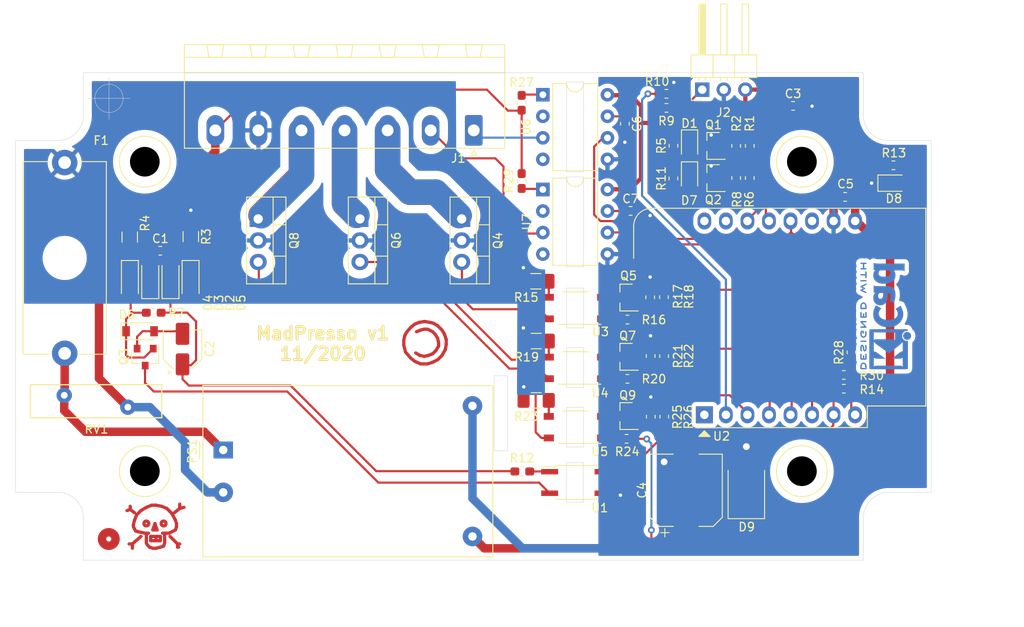
<source format=kicad_pcb>
(kicad_pcb (version 20201002) (generator pcbnew)
  (layers (0 "F.Cu" signal) (31 "B.Cu" signal) (34 "B.Paste" user) (35 "F.Paste" user) (36 "B.SilkS" user "B.Silkscreen") (37 "F.SilkS" user "F.Silkscreen") (38 "B.Mask" user) (39 "F.Mask" user) (44 "Edge.Cuts" user))
  (net 0 "")
  (net 1 "Net-(C1-Pad2)")
  (net 2 "Net-(C1-Pad1)")
  (net 3 "/TEMP_SENSOR")
  (net 4 "GND")
  (net 5 "VCC")
  (net 6 "LINE")
  (net 7 "/HEATER")
  (net 8 "/PUMP")
  (net 9 "Net-(Q5-Pad3)")
  (net 10 "NEUT")
  (net 11 "+5V")
  (net 12 "/SHOT_SENSOR")
  (net 13 "/HEATER_TRIAC")
  (net 14 "/PUMP_TRIAC")
  (net 15 "/ZC_DETECT")
  (net 16 "/SHOT_SW")
  (net 17 "/VALVE")
  (net 18 "Net-(R16-Pad1)")
  (net 19 "Net-(C2-Pad1)")
  (net 20 "/VALVE_TRIAC")
  (net 21 "Net-(F1-Pad2)")
  (net 22 "Net-(Q2-Pad1)")
  (net 23 "/STEAM_SW")
  (net 24 "/STEAM_SENSOR")
  (net 25 "Net-(D7-Pad2)")
  (net 26 "Net-(Q7-Pad1)")
  (net 27 "Net-(Q7-Pad3)")
  (net 28 "Net-(C2-Pad2)")
  (net 29 "Net-(Q9-Pad1)")
  (net 30 "/LED1")
  (net 31 "/LED2")
  (net 32 "Net-(Q5-Pad1)")
  (net 33 "Net-(U3-Pad4)")
  (net 34 "Net-(R12-Pad1)")
  (net 35 "Net-(D7-Pad1)")
  (net 36 "Net-(J2-Pad1)")
  (net 37 "Net-(Q3-Pad3)")
  (net 38 "Net-(U4-Pad4)")
  (net 39 "Net-(Q9-Pad3)")
  (net 40 "Net-(Q1-Pad1)")
  (net 41 "Net-(U5-Pad4)")
  (net 42 "Net-(R24-Pad1)")
  (net 43 "Net-(R20-Pad1)")
  (net 44 "Net-(R27-Pad2)")
  (net 45 "Net-(R29-Pad2)")
  (net 46 "Net-(C6-Pad1)")
  (net 47 "Net-(C7-Pad1)")
  (net 48 "Net-(D8-Pad2)")
  (net 49 "Net-(D4-Pad2)")
  (net 50 "Net-(D1-Pad2)")
  (net 51 "Net-(D1-Pad1)")
  (net 52 "Net-(U3-Pad6)")
  (net 53 "Net-(U4-Pad6)")
  (net 54 "Net-(U5-Pad6)")
  (module "Package_TO_SOT_THT:TO-220-3_Vertical" (layer "F.Cu") (at 28.625 17.245 -90)
    (fp_text reference "Q8" (at 2.555 -4.25 90) (layer "F.SilkS"))
    (fp_text value "BT138-600")
    (pad "1" thru_hole rect (at 0 0 270) (size 1.905 2) (drill 1.1) (layers *.Cu *.Mask) (net 17 "/VALVE"))
    (pad "2" thru_hole oval (at 2.54 0 270) (size 1.905 2) (drill 1.1) (layers *.Cu *.Mask) (net 6 "LINE"))
    (pad "3" thru_hole oval (at 5.08 0 270) (size 1.905 2) (drill 1.1) (layers *.Cu *.Mask) (net 54 "Net-(U5-Pad6)"))
  )
  (module "Package_TO_SOT_THT:TO-220-3_Vertical" (layer "F.Cu") (at 40.625 17.245 -90)
    (fp_text reference "Q6" (at 2.53 -4.275 90) (layer "F.SilkS"))
    (fp_text value "BT138-600")
    (pad "1" thru_hole rect (at 0 0 270) (size 1.905 2) (drill 1.1) (layers *.Cu *.Mask) (net 8 "/PUMP"))
    (pad "2" thru_hole oval (at 2.54 0 270) (size 1.905 2) (drill 1.1) (layers *.Cu *.Mask) (net 6 "LINE"))
    (pad "3" thru_hole oval (at 5.08 0 270) (size 1.905 2) (drill 1.1) (layers *.Cu *.Mask) (net 53 "Net-(U4-Pad6)"))
  )
  (module "Resistor_SMD:R_0603_1608Metric_Pad1.05x0.95mm_HandSolder" (layer "F.Cu") (at 74.93 40.57 90)
    (fp_text reference "R25" (at -0.02 3.14 90) (layer "F.SilkS"))
    (fp_text value "10k")
    (pad "1" smd roundrect (at -0.875 0 90) (size 1.05 0.95) (layers "F.Cu" "F.Paste" "F.Mask") (net 29 "Net-(Q9-Pad1)"))
    (pad "2" smd roundrect (at 0.875 0 90) (size 1.05 0.95) (layers "F.Cu" "F.Paste" "F.Mask") (net 4 "GND"))
  )
  (module "Resistor_SMD:R_0603_1608Metric_Pad1.05x0.95mm_HandSolder" (layer "F.Cu") (at 76.52 40.57 -90)
    (fp_text reference "R26" (at 0.03 -2.87 90) (layer "F.SilkS"))
    (fp_text value "1k")
    (pad "1" smd roundrect (at -0.875 0 270) (size 1.05 0.95) (layers "F.Cu" "F.Paste" "F.Mask") (net 20 "/VALVE_TRIAC"))
    (pad "2" smd roundrect (at 0.875 0 270) (size 1.05 0.95) (layers "F.Cu" "F.Paste" "F.Mask") (net 29 "Net-(Q9-Pad1)"))
  )
  (module "Resistor_SMD:R_0603_1608Metric_Pad1.05x0.95mm_HandSolder" (layer "F.Cu") (at 74.91 33.42 90)
    (fp_text reference "R21" (at 0 3.23 90) (layer "F.SilkS"))
    (fp_text value "10k")
    (pad "1" smd roundrect (at -0.875 0 90) (size 1.05 0.95) (layers "F.Cu" "F.Paste" "F.Mask") (net 26 "Net-(Q7-Pad1)"))
    (pad "2" smd roundrect (at 0.875 0 90) (size 1.05 0.95) (layers "F.Cu" "F.Paste" "F.Mask") (net 4 "GND"))
  )
  (module "Resistor_SMD:R_1206_3216Metric_Pad1.42x1.75mm_HandSolder" (layer "F.Cu") (at 61.4125 31.65 180)
    (fp_text reference "R19" (at 1.1125 -1.9) (layer "F.SilkS"))
    (fp_text value "1k")
    (pad "1" smd roundrect (at -1.4875 0 180) (size 1.425 1.75) (layers "F.Cu" "F.Paste" "F.Mask") (roundrect_rratio 0.175439) (net 38 "Net-(U4-Pad4)"))
    (pad "2" smd roundrect (at 1.4875 0 180) (size 1.425 1.75) (layers "F.Cu" "F.Paste" "F.Mask") (roundrect_rratio 0.175439) (net 6 "LINE"))
  )
  (module "Package_TO_SOT_SMD:SOT-23" (layer "F.Cu") (at 72.05 33.51 180)
    (fp_text reference "Q7" (at -0.15 2.48) (layer "F.SilkS"))
    (fp_text value "2N7002")
    (pad "1" smd rect (at -1 -0.95 180) (size 0.9 0.8) (layers "F.Cu" "F.Paste" "F.Mask") (net 26 "Net-(Q7-Pad1)"))
    (pad "2" smd rect (at -1 0.95 180) (size 0.9 0.8) (layers "F.Cu" "F.Paste" "F.Mask") (net 4 "GND"))
    (pad "3" smd rect (at 1 0 180) (size 0.9 0.8) (layers "F.Cu" "F.Paste" "F.Mask") (net 27 "Net-(Q7-Pad3)"))
  )
  (module "Package_SO:MFSOP6-4_4.4x3.6mm_P1.27mm" (layer "F.Cu") (at 66.05 34.82 180)
    (fp_text reference "U4" (at -2.9 -2.96) (layer "F.SilkS"))
    (fp_text value "TLP160G")
    (pad "1" smd rect (at -3.15 -1.27 180) (size 1.2 0.8) (layers "F.Cu" "F.Paste" "F.Mask") (net 43 "Net-(R20-Pad1)"))
    (pad "3" smd rect (at -3.15 1.27 180) (size 1.2 0.8) (layers "F.Cu" "F.Paste" "F.Mask") (net 27 "Net-(Q7-Pad3)"))
    (pad "4" smd rect (at 3.15 1.27 180) (size 1.2 0.8) (layers "F.Cu" "F.Paste" "F.Mask") (net 38 "Net-(U4-Pad4)"))
    (pad "6" smd rect (at 3.15 -1.27 180) (size 1.2 0.8) (layers "F.Cu" "F.Paste" "F.Mask") (net 53 "Net-(U4-Pad6)"))
  )
  (module "Resistor_SMD:R_0603_1608Metric_Pad1.05x0.95mm_HandSolder" (layer "F.Cu") (at 76.5 33.43 -90)
    (fp_text reference "R22" (at -0.01 -2.92 90) (layer "F.SilkS"))
    (fp_text value "1k")
    (pad "1" smd roundrect (at -0.875 0 270) (size 1.05 0.95) (layers "F.Cu" "F.Paste" "F.Mask") (net 14 "/PUMP_TRIAC"))
    (pad "2" smd roundrect (at 0.875 0 270) (size 1.05 0.95) (layers "F.Cu" "F.Paste" "F.Mask") (net 26 "Net-(Q7-Pad1)"))
  )
  (module "Package_SO:MFSOP6-4_4.4x3.6mm_P1.27mm" (layer "F.Cu") (at 66.05 41.81 180)
    (fp_text reference "U5" (at -2.85 -2.89) (layer "F.SilkS"))
    (fp_text value "TLP160G")
    (pad "1" smd rect (at -3.15 -1.27 180) (size 1.2 0.8) (layers "F.Cu" "F.Paste" "F.Mask") (net 42 "Net-(R24-Pad1)"))
    (pad "3" smd rect (at -3.15 1.27 180) (size 1.2 0.8) (layers "F.Cu" "F.Paste" "F.Mask") (net 39 "Net-(Q9-Pad3)"))
    (pad "4" smd rect (at 3.15 1.27 180) (size 1.2 0.8) (layers "F.Cu" "F.Paste" "F.Mask") (net 41 "Net-(U5-Pad4)"))
    (pad "6" smd rect (at 3.15 -1.27 180) (size 1.2 0.8) (layers "F.Cu" "F.Paste" "F.Mask") (net 54 "Net-(U5-Pad6)"))
  )
  (module "Resistor_SMD:R_1206_3216Metric_Pad1.42x1.75mm_HandSolder" (layer "F.Cu") (at 61.4125 38.65 180)
    (fp_text reference "R23" (at 1.1625 -1.9) (layer "F.SilkS"))
    (fp_text value "1k")
    (pad "1" smd roundrect (at -1.4875 0 180) (size 1.425 1.75) (layers "F.Cu" "F.Paste" "F.Mask") (roundrect_rratio 0.175439) (net 41 "Net-(U5-Pad4)"))
    (pad "2" smd roundrect (at 1.4875 0 180) (size 1.425 1.75) (layers "F.Cu" "F.Paste" "F.Mask") (roundrect_rratio 0.175439) (net 6 "LINE"))
  )
  (module "Resistor_SMD:R_0603_1608Metric_Pad1.05x0.95mm_HandSolder" (layer "F.Cu") (at 72.07 43.18)
    (fp_text reference "R24" (at 0.08 1.52) (layer "F.SilkS"))
    (fp_text value "120")
    (pad "1" smd roundrect (at -0.875 0) (size 1.05 0.95) (layers "F.Cu" "F.Paste" "F.Mask") (net 42 "Net-(R24-Pad1)"))
    (pad "2" smd roundrect (at 0.875 0) (size 1.05 0.95) (layers "F.Cu" "F.Paste" "F.Mask") (net 11 "+5V"))
  )
  (module "Resistor_SMD:R_0603_1608Metric_Pad1.05x0.95mm_HandSolder" (layer "F.Cu") (at 72.175 36.11)
    (fp_text reference "R20" (at 3.125 0.02) (layer "F.SilkS"))
    (fp_text value "120")
    (pad "1" smd roundrect (at -0.875 0) (size 1.05 0.95) (layers "F.Cu" "F.Paste" "F.Mask") (net 43 "Net-(R20-Pad1)"))
    (pad "2" smd roundrect (at 0.875 0) (size 1.05 0.95) (layers "F.Cu" "F.Paste" "F.Mask") (net 11 "+5V"))
  )
  (module "Package_TO_SOT_SMD:SOT-23" (layer "F.Cu") (at 72.05 40.5 180)
    (fp_text reference "Q9" (at -0.15 2.45) (layer "F.SilkS"))
    (fp_text value "2N7002")
    (pad "1" smd rect (at -1 -0.95 180) (size 0.9 0.8) (layers "F.Cu" "F.Paste" "F.Mask") (net 29 "Net-(Q9-Pad1)"))
    (pad "2" smd rect (at -1 0.95 180) (size 0.9 0.8) (layers "F.Cu" "F.Paste" "F.Mask") (net 4 "GND"))
    (pad "3" smd rect (at 1 0 180) (size 0.9 0.8) (layers "F.Cu" "F.Paste" "F.Mask") (net 39 "Net-(Q9-Pad3)"))
  )
  (module "Diode_SMD:D_SMB" (layer "F.Cu") (at 86.2 49.05 90)
    (fp_text reference "D9" (at -4.53 0.04 180) (layer "F.SilkS"))
    (fp_text value "SMBJ7.0A")
    (pad "1" smd rect (at -2.15 0 90) (size 2.5 2.3) (layers "F.Cu" "F.Paste" "F.Mask") (net 11 "+5V"))
    (pad "2" smd rect (at 2.15 0 90) (size 2.5 2.3) (layers "F.Cu" "F.Paste" "F.Mask") (net 4 "GND"))
  )
  (module "Package_TO_SOT_SMD:SOT-23" (layer "F.Cu") (at 72.05 26.52 180)
    (fp_text reference "Q5" (at -0.25 2.57) (layer "F.SilkS"))
    (fp_text value "2N7002")
    (pad "1" smd rect (at -1 -0.95 180) (size 0.9 0.8) (layers "F.Cu" "F.Paste" "F.Mask") (net 32 "Net-(Q5-Pad1)"))
    (pad "2" smd rect (at -1 0.95 180) (size 0.9 0.8) (layers "F.Cu" "F.Paste" "F.Mask") (net 4 "GND"))
    (pad "3" smd rect (at 1 0 180) (size 0.9 0.8) (layers "F.Cu" "F.Paste" "F.Mask") (net 9 "Net-(Q5-Pad3)"))
  )
  (module "Package_SO:MFSOP6-4_4.4x3.6mm_P1.27mm" (layer "F.Cu") (at 66.05 27.76 180)
    (fp_text reference "U3" (at -2.95 -2.8) (layer "F.SilkS"))
    (fp_text value "TLP160G")
    (pad "1" smd rect (at -3.15 -1.27 180) (size 1.2 0.8) (layers "F.Cu" "F.Paste" "F.Mask") (net 18 "Net-(R16-Pad1)"))
    (pad "3" smd rect (at -3.15 1.27 180) (size 1.2 0.8) (layers "F.Cu" "F.Paste" "F.Mask") (net 9 "Net-(Q5-Pad3)"))
    (pad "4" smd rect (at 3.15 1.27 180) (size 1.2 0.8) (layers "F.Cu" "F.Paste" "F.Mask") (net 33 "Net-(U3-Pad4)"))
    (pad "6" smd rect (at 3.15 -1.27 180) (size 1.2 0.8) (layers "F.Cu" "F.Paste" "F.Mask") (net 52 "Net-(U3-Pad6)"))
  )
  (module "Resistor_SMD:R_0603_1608Metric_Pad1.05x0.95mm_HandSolder" (layer "F.Cu") (at 74.86 26.49 90)
    (fp_text reference "R17" (at 0.09 3.28 90) (layer "F.SilkS"))
    (fp_text value "10k")
    (pad "1" smd roundrect (at -0.875 0 90) (size 1.05 0.95) (layers "F.Cu" "F.Paste" "F.Mask") (net 32 "Net-(Q5-Pad1)"))
    (pad "2" smd roundrect (at 0.875 0 90) (size 1.05 0.95) (layers "F.Cu" "F.Paste" "F.Mask") (net 4 "GND"))
  )
  (module "Resistor_SMD:R_1206_3216Metric_Pad1.42x1.75mm_HandSolder" (layer "F.Cu") (at 61.375002 24.6 180)
    (fp_text reference "R15" (at 1.1375 -1.9) (layer "F.SilkS"))
    (fp_text value "1k")
    (pad "1" smd roundrect (at -1.4875 0 180) (size 1.425 1.75) (layers "F.Cu" "F.Paste" "F.Mask") (roundrect_rratio 0.175439) (net 33 "Net-(U3-Pad4)"))
    (pad "2" smd roundrect (at 1.4875 0 180) (size 1.425 1.75) (layers "F.Cu" "F.Paste" "F.Mask") (roundrect_rratio 0.175439) (net 6 "LINE"))
  )
  (module "Resistor_SMD:R_0603_1608Metric_Pad1.05x0.95mm_HandSolder" (layer "F.Cu") (at 76.48 26.475 -90)
    (fp_text reference "R18" (at -0.055 -2.96 90) (layer "F.SilkS"))
    (fp_text value "1k")
    (pad "1" smd roundrect (at -0.875 0 270) (size 1.05 0.95) (layers "F.Cu" "F.Paste" "F.Mask") (net 13 "/HEATER_TRIAC"))
    (pad "2" smd roundrect (at 0.875 0 270) (size 1.05 0.95) (layers "F.Cu" "F.Paste" "F.Mask") (net 32 "Net-(Q5-Pad1)"))
  )
  (module "Resistor_SMD:R_0603_1608Metric_Pad1.05x0.95mm_HandSolder" (layer "F.Cu") (at 72.175 29.12)
    (fp_text reference "R16" (at 3.125 0.03) (layer "F.SilkS"))
    (fp_text value "120")
    (pad "1" smd roundrect (at -0.875 0) (size 1.05 0.95) (layers "F.Cu" "F.Paste" "F.Mask") (net 18 "Net-(R16-Pad1)"))
    (pad "2" smd roundrect (at 0.875 0) (size 1.05 0.95) (layers "F.Cu" "F.Paste" "F.Mask") (net 11 "+5V"))
  )
  (module "Connector_Phoenix_MSTB:PhoenixContact_MSTBA_2,5_7-G-5,08_1x07_P5.08mm_Horizontal" (layer "F.Cu") (at 54.05 6.8 180)
    (fp_text reference "J1" (at 1.825 -3.3) (layer "F.SilkS"))
    (fp_text value "Conn_01x07")
    (pad "1" thru_hole roundrect (at 0 0 180) (size 2.08 3.6) (drill 1.4) (layers *.Cu *.Mask) (roundrect_rratio 0.120192) (net 16 "/SHOT_SW"))
    (pad "2" thru_hole oval (at 5.08 0 180) (size 2.08 3.6) (drill 1.4) (layers *.Cu *.Mask) (net 23 "/STEAM_SW"))
    (pad "3" thru_hole oval (at 10.16 0 180) (size 2.08 3.6) (drill 1.4) (layers *.Cu *.Mask) (net 7 "/HEATER"))
    (pad "4" thru_hole oval (at 15.24 0 180) (size 2.08 3.6) (drill 1.4) (layers *.Cu *.Mask) (net 8 "/PUMP"))
    (pad "5" thru_hole oval (at 20.32 0 180) (size 2.08 3.6) (drill 1.4) (layers *.Cu *.Mask) (net 17 "/VALVE"))
    (pad "6" thru_hole oval (at 25.4 0 180) (size 2.08 3.6) (drill 1.4) (layers *.Cu *.Mask) (net 6 "LINE"))
    (pad "7" thru_hole oval (at 30.48 0 180) (size 2.08 3.6) (drill 1.4) (layers *.Cu *.Mask) (net 10 "NEUT"))
  )
  (module "Capacitor_SMD:C_0603_1608Metric_Pad1.05x0.95mm_HandSolder" (layer "F.Cu") (at 17.075 21 180)
    (fp_text reference "C1" (at -0.012 1.425) (layer "F.SilkS"))
    (fp_text value "1nF")
    (pad "1" smd roundrect (at -0.875 0 180) (size 1.05 0.95) (layers "F.Cu" "F.Paste" "F.Mask") (net 2 "Net-(C1-Pad1)"))
    (pad "2" smd roundrect (at 0.875 0 180) (size 1.05 0.95) (layers "F.Cu" "F.Paste" "F.Mask") (net 1 "Net-(C1-Pad2)"))
  )
  (module "Resistor_SMD:R_0603_1608Metric_Pad1.05x0.95mm_HandSolder" (layer "F.Cu") (at 97.7 37.275)
    (fp_text reference "R14" (at 3.3 0.1) (layer "F.SilkS"))
    (fp_text value "1k")
    (pad "1" smd roundrect (at -0.875 0) (size 1.05 0.95) (layers "F.Cu" "F.Paste" "F.Mask") (net 15 "/ZC_DETECT"))
    (pad "2" smd roundrect (at 0.875 0) (size 1.05 0.95) (layers "F.Cu" "F.Paste" "F.Mask") (net 5 "VCC"))
  )
  (module "Diode_SMD:D_SOD-123" (layer "F.Cu") (at 14.693 30.494)
    (fp_text reference "D6" (at -1.55 -1.95) (layer "F.SilkS"))
    (fp_text value "1N4148W")
    (pad "1" smd rect (at -1.65 0) (size 0.9 1.2) (layers "F.Cu" "F.Paste" "F.Mask") (net 49 "Net-(D4-Pad2)"))
    (pad "2" smd rect (at 1.65 0) (size 0.9 1.2) (layers "F.Cu" "F.Paste" "F.Mask") (net 28 "Net-(C2-Pad2)"))
  )
  (module "Diode_SMD:D_SOD-123" (layer "F.Cu") (at 20.65 24.4 -90)
    (fp_text reference "D5" (at 2.75 -5.95 90) (layer "F.SilkS"))
    (fp_text value "1N4148W")
    (pad "1" smd rect (at -1.65 0 270) (size 0.9 1.2) (layers "F.Cu" "F.Paste" "F.Mask") (net 2 "Net-(C1-Pad1)"))
    (pad "2" smd rect (at 1.65 0 270) (size 0.9 1.2) (layers "F.Cu" "F.Paste" "F.Mask") (net 49 "Net-(D4-Pad2)"))
  )
  (module "Diode_SMD:D_SOD-123" (layer "F.Cu") (at 18.279 24.398 90)
    (fp_text reference "D2" (at -2.752 7.021 90) (layer "F.SilkS"))
    (fp_text value "1N4148W")
    (pad "1" smd rect (at -1.65 0 90) (size 0.9 1.2) (layers "F.Cu" "F.Paste" "F.Mask") (net 19 "Net-(C2-Pad1)"))
    (pad "2" smd rect (at 1.65 0 90) (size 0.9 1.2) (layers "F.Cu" "F.Paste" "F.Mask") (net 2 "Net-(C1-Pad1)"))
  )
  (module "Diode_SMD:D_SOD-123" (layer "F.Cu") (at 15.893 24.398 90)
    (fp_text reference "D3" (at -2.752 8.107 90) (layer "F.SilkS"))
    (fp_text value "1N4148W")
    (pad "1" smd rect (at -1.65 0 90) (size 0.9 1.2) (layers "F.Cu" "F.Paste" "F.Mask") (net 19 "Net-(C2-Pad1)"))
    (pad "2" smd rect (at 1.65 0 90) (size 0.9 1.2) (layers "F.Cu" "F.Paste" "F.Mask") (net 1 "Net-(C1-Pad2)"))
  )
  (module "Package_TO_SOT_SMD:SOT-23" (layer "F.Cu") (at 15.293 33.544 -90)
    (fp_text reference "Q3" (at -0.05 2.5 90) (layer "F.SilkS"))
    (fp_text value "BC847")
    (pad "1" smd rect (at -1 -0.95 270) (size 0.9 0.8) (layers "F.Cu" "F.Paste" "F.Mask") (net 49 "Net-(D4-Pad2)"))
    (pad "2" smd rect (at -1 0.95 270) (size 0.9 0.8) (layers "F.Cu" "F.Paste" "F.Mask") (net 28 "Net-(C2-Pad2)"))
    (pad "3" smd rect (at 1 0 270) (size 0.9 0.8) (layers "F.Cu" "F.Paste" "F.Mask") (net 37 "Net-(Q3-Pad3)"))
  )
  (module "Resistor_SMD:R_1206_3216Metric_Pad1.42x1.75mm_HandSolder" (layer "F.Cu") (at 13.475 19.3875 -90)
    (fp_text reference "R4" (at -1.6375 -1.8 -90) (layer "F.SilkS"))
    (fp_text value "220k")
    (pad "1" smd roundrect (at -1.4875 0 270) (size 1.425 1.75) (layers "F.Cu" "F.Paste" "F.Mask") (roundrect_rratio 0.175439) (net 10 "NEUT"))
    (pad "2" smd roundrect (at 1.4875 0 270) (size 1.425 1.75) (layers "F.Cu" "F.Paste" "F.Mask") (roundrect_rratio 0.175439) (net 1 "Net-(C1-Pad2)"))
  )
  (module "Diode_SMD:D_SOD-123" (layer "F.Cu") (at 13.493 24.399 -90)
    (fp_text reference "D4" (at 2.751 -9.207 90) (layer "F.SilkS"))
    (fp_text value "1N4148W")
    (pad "1" smd rect (at -1.65 0 270) (size 0.9 1.2) (layers "F.Cu" "F.Paste" "F.Mask") (net 1 "Net-(C1-Pad2)"))
    (pad "2" smd rect (at 1.65 0 270) (size 0.9 1.2) (layers "F.Cu" "F.Paste" "F.Mask") (net 49 "Net-(D4-Pad2)"))
  )
  (module "Resistor_SMD:R_1206_3216Metric_Pad1.42x1.75mm_HandSolder" (layer "F.Cu") (at 20.675 19.3375 -90)
    (fp_text reference "R3" (at 0 -1.82 -90) (layer "F.SilkS"))
    (fp_text value "220k")
    (pad "1" smd roundrect (at -1.4875 0 270) (size 1.425 1.75) (layers "F.Cu" "F.Paste" "F.Mask") (roundrect_rratio 0.175439) (net 6 "LINE"))
    (pad "2" smd roundrect (at 1.4875 0 270) (size 1.425 1.75) (layers "F.Cu" "F.Paste" "F.Mask") (roundrect_rratio 0.175439) (net 2 "Net-(C1-Pad1)"))
  )
  (module "Package_SO:SO-4_4.4x3.6mm_P2.54mm" (layer "F.Cu") (at 66.15 48.33)
    (fp_text reference "U1" (at 2.75 3) (layer "F.SilkS"))
    (fp_text value "LTV-356T")
    (pad "1" smd rect (at -3.15 -1.27) (size 2 0.64) (layers "F.Cu" "F.Paste" "F.Mask") (net 34 "Net-(R12-Pad1)"))
    (pad "2" smd rect (at -3.15 1.27) (size 2 0.64) (layers "F.Cu" "F.Paste" "F.Mask") (net 37 "Net-(Q3-Pad3)"))
    (pad "3" smd rect (at 3.15 1.27) (size 2 0.64) (layers "F.Cu" "F.Paste" "F.Mask") (net 4 "GND"))
    (pad "4" smd rect (at 3.15 -1.27) (size 2 0.64) (layers "F.Cu" "F.Paste" "F.Mask") (net 15 "/ZC_DETECT"))
  )
  (module "Varistor:RV_Disc_D15.5mm_W3.9mm_P7.5mm" (layer "F.Cu") (at 13.25 39.45 180)
    (fp_text reference "RV1" (at 3.7 -2.6) (layer "F.SilkS"))
    (fp_text value "S14K350")
    (pad "1" thru_hole circle (at 0 0 180) (size 1.8 1.8) (drill 0.8) (layers *.Cu *.Mask) (net 10 "NEUT"))
    (pad "2" thru_hole circle (at 7.5 1.4 180) (size 1.8 1.8) (drill 0.8) (layers *.Cu *.Mask) (net 21 "Net-(F1-Pad2)"))
  )
  (module "Resistor_SMD:R_0603_1608Metric_Pad1.05x0.95mm_HandSolder" (layer "F.Cu") (at 16.300586 28.308)
    (fp_text reference "R7" (at 2.699414 0.017) (layer "F.SilkS"))
    (fp_text value "22k")
    (pad "1" smd roundrect (at -0.875 0) (size 1.05 0.95) (layers "F.Cu" "F.Paste" "F.Mask") (net 49 "Net-(D4-Pad2)"))
    (pad "2" smd roundrect (at 0.875 0) (size 1.05 0.95) (layers "F.Cu" "F.Paste" "F.Mask") (net 19 "Net-(C2-Pad1)"))
  )
  (module "Capacitor_SMD:CP_Elec_8x10" (layer "F.Cu") (at 79.1 49.25 90)
    (fp_text reference "C4" (at 0 -5.2 90) (layer "F.SilkS"))
    (fp_text value "150uF")
    (pad "1" smd roundrect (at -3.25 0 90) (size 3.5 2.5) (layers "F.Cu" "F.Paste" "F.Mask") (roundrect_rratio 0.1) (net 11 "+5V"))
    (pad "2" smd roundrect (at 3.25 0 90) (size 3.5 2.5) (layers "F.Cu" "F.Paste" "F.Mask") (roundrect_rratio 0.1) (net 4 "GND"))
  )
  (module "Package_TO_SOT_THT:TO-220-3_Vertical" (layer "F.Cu") (at 52.625 17.245 -90)
    (fp_text reference "Q4" (at 2.555 -4.275 90) (layer "F.SilkS"))
    (fp_text value "BT138-600")
    (pad "1" thru_hole rect (at 0 0 270) (size 1.905 2) (drill 1.1) (layers *.Cu *.Mask) (net 7 "/HEATER"))
    (pad "2" thru_hole oval (at 2.54 0 270) (size 1.905 2) (drill 1.1) (layers *.Cu *.Mask) (net 6 "LINE"))
    (pad "3" thru_hole oval (at 5.08 0 270) (size 1.905 2) (drill 1.1) (layers *.Cu *.Mask) (net 52 "Net-(U3-Pad6)"))
  )
  (module "Capacitor_SMD:CP_Elec_4x5.8" (layer "F.Cu") (at 19.7 32.6 90)
    (fp_text reference "C2" (at 0 3.2 270) (layer "F.SilkS"))
    (fp_text value "10uF")
    (pad "1" smd roundrect (at -1.8 0 90) (size 2.6 1.6) (layers "F.Cu" "F.Paste" "F.Mask") (roundrect_rratio 0.15625) (net 19 "Net-(C2-Pad1)"))
    (pad "2" smd roundrect (at 1.8 0 90) (size 2.6 1.6) (layers "F.Cu" "F.Paste" "F.Mask") (roundrect_rratio 0.15625) (net 28 "Net-(C2-Pad2)"))
  )
  (module "Resistor_SMD:R_0603_1608Metric_Pad1.05x0.95mm_HandSolder" (layer "F.Cu") (at 59.775 47.03 180)
    (fp_text reference "R12" (at 0.037 1.575) (layer "F.SilkS"))
    (fp_text value "1k")
    (pad "1" smd roundrect (at -0.875 0 180) (size 1.05 0.95) (layers "F.Cu" "F.Paste" "F.Mask") (net 34 "Net-(R12-Pad1)"))
    (pad "2" smd roundrect (at 0.875 0 180) (size 1.05 0.95) (layers "F.Cu" "F.Paste" "F.Mask") (net 19 "Net-(C2-Pad1)"))
  )
  (module "LED_SMD:LED_0805_2012Metric_Pad1.15x1.40mm_HandSolder" (layer "F.Cu") (at 79.505 8.61 -90)
    (fp_text reference "D1" (at -2.635 0.005 180) (layer "F.SilkS"))
    (fp_text value "LED")
    (pad "1" smd roundrect (at -1.025 0 270) (size 1.15 1.4) (layers "F.Cu" "F.Paste" "F.Mask") (roundrect_rratio 0.217391) (net 51 "Net-(D1-Pad1)"))
    (pad "2" smd roundrect (at 1.025 0 270) (size 1.15 1.4) (layers "F.Cu" "F.Paste" "F.Mask") (roundrect_rratio 0.217391) (net 50 "Net-(D1-Pad2)"))
  )
  (module "Resistor_SMD:R_0603_1608Metric_Pad1.05x0.95mm_HandSolder" (layer "F.Cu") (at 76.775 2.49 180)
    (fp_text reference "R10" (at 1.1 1.465) (layer "F.SilkS"))
    (fp_text value "DNP")
    (pad "1" smd roundrect (at -0.875 0 180) (size 1.05 0.95) (layers "F.Cu" "F.Paste" "F.Mask") (net 4 "GND"))
    (pad "2" smd roundrect (at 0.875 0 180) (size 1.05 0.95) (layers "F.Cu" "F.Paste" "F.Mask") (net 3 "/TEMP_SENSOR"))
  )
  (module "Resistor_SMD:R_0603_1608Metric_Pad1.05x0.95mm_HandSolder" (layer "F.Cu") (at 85 8.63 90)
    (fp_text reference "R2" (at 2.635 0.045 90) (layer "F.SilkS"))
    (fp_text value "10k")
    (pad "1" smd roundrect (at -0.875 0 90) (size 1.05 0.95) (layers "F.Cu" "F.Paste" "F.Mask") (net 40 "Net-(Q1-Pad1)"))
    (pad "2" smd roundrect (at 0.875 0 90) (size 1.05 0.95) (layers "F.Cu" "F.Paste" "F.Mask") (net 4 "GND"))
  )
  (module "Resistor_SMD:R_0603_1608Metric_Pad1.05x0.95mm_HandSolder" (layer "F.Cu") (at 97.7 35.65 180)
    (fp_text reference "R30" (at -3.275 -0.075) (layer "F.SilkS"))
    (fp_text value "330")
    (pad "1" smd roundrect (at -0.875 0 180) (size 1.05 0.95) (layers "F.Cu" "F.Paste" "F.Mask") (net 5 "VCC"))
    (pad "2" smd roundrect (at 0.875 0 180) (size 1.05 0.95) (layers "F.Cu" "F.Paste" "F.Mask") (net 24 "/STEAM_SENSOR"))
  )
  (module "Symbol:Symbol_Danger_CopperTop_Small" (layer "F.Cu") (at 16.45 53.55)
    (fp_text reference "REF**" hide)
    (fp_text value "Symbol_Danger_CopperTop_Small" hide)
    (fp_line (start -0.254 0.381) (end 0 -0.381) (layer "F.Cu") (width 0.381))
    (fp_line (start 0 -0.381) (end 0.254 0.381) (layer "F.Cu") (width 0.381))
    (fp_line (start 0.762 -2.413) (end 1.397 -2.159) (layer "F.Cu") (width 0.381))
    (fp_line (start 0.254 0.381) (end -0.254 0.381) (layer "F.Cu") (width 0.381))
    (fp_line (start 1.905 -1.651) (end 2.159 -1.27) (layer "F.Cu") (width 0.381))
    (fp_line (start 2.667 2.032) (end 2.667 2.413) (layer "F.Cu") (width 0.381))
    (fp_line (start -0.381 -2.54) (end 0.127 -2.54) (layer "F.Cu") (width 0.381))
    (fp_line (start 1.651 0.762) (end 1.27 0.762) (layer "F.Cu") (width 0.381))
    (fp_line (start 2.413 0.381) (end 2.159 0.508) (layer "F.Cu") (width 0.381))
    (fp_line (start 1.778 1.143) (end 2.667 2.032) (layer "F.Cu") (width 0.381))
    (fp_line (start -2.667 2.032) (end -3.048 2.032) (layer "F.Cu") (width 0.381))
    (fp_line (start 1.27 0.762) (end 0.889 0.762) (layer "F.Cu") (width 0.381))
    (fp_line (start 2.159 0.508) (end 1.651 0.762) (layer "F.Cu") (width 0.381))
    (fp_line (start 1.143 1.905) (end 1.016 2.286) (layer "F.Cu") (width 0.381))
    (fp_line (start -2.286 0.508) (end -1.778 0.635) (layer "F.Cu") (width 0.381))
    (fp_line (start -1.016 -2.286) (end -0.381 -2.54) (layer "F.Cu") (width 0.381))
    (fp_line (start -1.778 0.635) (end -1.143 0.762) (layer "F.Cu") (width 0.381))
    (fp_line (start -2.667 2.032) (end -2.667 2.54) (layer "F.Cu") (width 0.381))
    (fp_line (start -0.508 1.143) (end 0.635 1.143) (layer "F.Cu") (width 0.381))
    (fp_line (start -0.889 2.159) (end -0.635 2.413) (layer "F.Cu") (width 0.381))
    (fp_line (start 0.127 1.27) (end 0.127 1.524) (layer "F.Cu") (width 0.381))
    (fp_line (start -1.143 0.762) (end -0.762 0.762) (layer "F.Cu") (width 0.381))
    (fp_line (start 2.54 0) (end 2.413 0.381) (layer "F.Cu") (width 0.381))
    (fp_line (start 1.143 0.762) (end 1.143 1.524) (layer "F.Cu") (width 0.381))
    (fp_line (start 2.286 -1.651) (end 2.921 -2.159) (layer "F.Cu") (width 0.381))
    (fp_line (start -2.54 0) (end -2.413 0.254) (layer "F.Cu") (width 0.381))
    (fp_line (start -1.651 -1.905) (end -1.016 -2.286) (layer "F.Cu") (width 0.381))
    (fp_line (start 2.921 -2.159) (end 3.429 -2.286) (layer "F.Cu") (width 0.381))
    (fp_line (start 2.667 2.413) (end 2.794 2.413) (layer "F.Cu") (width 0.381))
    (fp_line (start -2.54 -0.254) (end -2.413 -0.762) (layer "F.Cu") (width 0.381))
    (fp_line (start 0.635 1.143) (end 0.635 1.651) (layer "F.Cu") (width 0.381))
    (fp_line (start -2.413 -0.762) (end -2.159 -1.397) (layer "F.Cu") (width 0.381))
    (fp_line (start -1.016 1.905) (end -0.889 2.159) (layer "F.Cu") (width 0.381))
    (fp_line (start -2.413 -1.651) (end -2.921 -2.032) (layer "F.Cu") (width 0.381))
    (fp_line (start -2.159 -1.397) (end -1.651 -1.905) (layer "F.Cu") (width 0.381))
    (fp_line (start -0.508 1.651) (end -0.508 1.143) (layer "F.Cu") (width 0.381))
    (fp_line (start 2.413 -0.762) (end 2.54 -0.381) (layer "F.Cu") (width 0.381))
    (fp_line (start 1.016 2.286) (end 0.635 2.413) (layer "F.Cu") (width 0.381))
    (fp_line (start -1.016 1.905) (end -1.016 1.524) (layer "F.Cu") (width 0.381))
    (fp_line (start 0.635 1.651) (end -0.508 1.651) (layer "F.Cu") (width 0.381))
    (fp_line (start -2.921 -2.032) (end -3.302 -1.905) (layer "F.Cu") (width 0.381))
    (fp_line (start 2.921 -2.159) (end 2.921 -2.667) (layer "F.Cu") (width 0.381))
    (fp_line (start 1.397 -2.159) (end 1.905 -1.651) (layer "F.Cu") (width 0.381))
    (fp_line (start 0.127 -2.54) (end 0.762 -2.413) (layer "F.Cu") (width 0.381))
    (fp_line (start -2.413 0.254) (end -2.286 0.508) (layer "F.Cu") (width 0.381))
    (fp_line (start 2.54 -0.381) (end 2.54 0) (layer "F.Cu") (width 0.381))
    (fp_line (start 0.635 2.413) (end 0.127 2.54) (layer "F.Cu") (width 0.381))
    (fp_line (start 2.667 2.032) (end 2.921 2.032) (layer "F.Cu") (width 0.381))
    (fp_line (start -1.651 1.143) (end -2.667 2.032) (layer "F.Cu") (width 0.381))
    (fp_line (start 0.127 2.54) (end -0.254 2.54) (layer "F.Cu") (width 0.381))
    (fp_line (start -2.54 0) (end -2.54 -0.254) (layer "F.Cu") (width 0.381))
    (fp_line (start 1.143 1.524) (end 1.143 1.905) (layer "F.Cu") (width 0.381))
    (fp_line (start -0.635 2.413) (end -0.254 2.54) (layer "F.Cu") (width 0.381))
    (fp_line (start 2.159 -1.27) (end 2.413 -0.762) (layer "F.Cu") (width 0.381))
    (fp_line (start -2.921 -2.032) (end -2.921 -2.413) (layer "F.Cu") (width 0.381))
    (fp_line (start -1.016 1.524) (end -1.016 0.762) (layer "F.Cu") (width 0.381))
    (fp_circle (center 1.016 -0.381) (end 1.27 -0.254) (layer "F.Cu") (width 0.381))
    (fp_circle (center -1.016 -0.381) (end -1.27 -0.254) (layer "F.Cu") (width 0.381))
  )
  (module "Converter_ACDC:Converter_ACDC_HiLink_HLK-PMxx" (layer "F.Cu") (at 24.5 44.5)
    (fp_text reference "PS1" (at -3.65 0.15 90) (layer "F.SilkS"))
    (fp_text value "HLK-PM01")
    (pad "1" thru_hole rect (at 0 0) (size 2.3 2) (drill 1) (layers *.Cu *.Mask) (net 21 "Net-(F1-Pad2)"))
    (pad "2" thru_hole circle (at 0 5) (size 2.3 2.3) (drill 1) (layers *.Cu *.Mask) (net 10 "NEUT"))
    (pad "3" thru_hole circle (at 29.4 -5.2) (size 2.3 2.3) (drill 1) (layers *.Cu *.Mask) (net 4 "GND"))
    (pad "4" thru_hole circle (at 29.4 10.2) (size 2.3 2.3) (drill 1) (layers *.Cu *.Mask) (net 11 "+5V"))
  )
  (module "Package_TO_SOT_SMD:SOT-23" (layer "F.Cu") (at 82.305 8.635 180)
    (fp_text reference "Q1" (at -0.02 2.485) (layer "F.SilkS"))
    (fp_text value "2N7002")
    (pad "1" smd rect (at -1 -0.95 180) (size 0.9 0.8) (layers "F.Cu" "F.Paste" "F.Mask") (net 40 "Net-(Q1-Pad1)"))
    (pad "2" smd rect (at -1 0.95 180) (size 0.9 0.8) (layers "F.Cu" "F.Paste" "F.Mask") (net 4 "GND"))
    (pad "3" smd rect (at 1 0 180) (size 0.9 0.8) (layers "F.Cu" "F.Paste" "F.Mask") (net 51 "Net-(D1-Pad1)"))
  )
  (module "Connector_PinHeader_2.54mm:PinHeader_1x03_P2.54mm_Horizontal" (layer "F.Cu") (at 81 2 90)
    (fp_text reference "J2" (at -2.7 2.5 180) (layer "F.SilkS"))
    (fp_text value "Conn_01x03")
    (pad "1" thru_hole rect (at 0 0 90) (size 1.7 1.7) (drill 1) (layers *.Cu *.Mask) (net 36 "Net-(J2-Pad1)"))
    (pad "2" thru_hole oval (at 0 2.54 90) (size 1.7 1.7) (drill 1) (layers *.Cu *.Mask) (net 4 "GND"))
    (pad "3" thru_hole oval (at 0 5.08 90) (size 1.7 1.7) (drill 1) (layers *.Cu *.Mask) (net 11 "+5V"))
  )
  (module "Package_TO_SOT_SMD:SOT-23" (layer "F.Cu") (at 82.305 12.435 180)
    (fp_text reference "Q2" (at 0.005 -2.555) (layer "F.SilkS"))
    (fp_text value "2N7002")
    (pad "1" smd rect (at -1 -0.95 180) (size 0.9 0.8) (layers "F.Cu" "F.Paste" "F.Mask") (net 22 "Net-(Q2-Pad1)"))
    (pad "2" smd rect (at -1 0.95 180) (size 0.9 0.8) (layers "F.Cu" "F.Paste" "F.Mask") (net 4 "GND"))
    (pad "3" smd rect (at 1 0 180) (size 0.9 0.8) (layers "F.Cu" "F.Paste" "F.Mask") (net 35 "Net-(D7-Pad1)"))
  )
  (module "Resistor_SMD:R_0603_1608Metric_Pad1.05x0.95mm_HandSolder" (layer "F.Cu") (at 86.6 8.625 -90)
    (fp_text reference "R1" (at -2.635 0.005 90) (layer "F.SilkS"))
    (fp_text value "1k")
    (pad "1" smd roundrect (at -0.875 0 270) (size 1.05 0.95) (layers "F.Cu" "F.Paste" "F.Mask") (net 30 "/LED1"))
    (pad "2" smd roundrect (at 0.875 0 270) (size 1.05 0.95) (layers "F.Cu" "F.Paste" "F.Mask") (net 40 "Net-(Q1-Pad1)"))
  )
  (module "MadPresso:Hammond 1591XXB" (layer "F.Cu") (at 0 0)
    (fp_text reference "Case" hide)
    (fp_text value "Hammond 1591XXB")
    (fp_line (start 7.999874 -0.004836) (end 99.999874 -0.004836) (layer "Edge.Cuts") (width 0.05))
    (fp_line (start 102.999874 49.495164) (end 107.999874 49.495164) (layer "Edge.Cuts") (width 0.05))
    (fp_line (start 99.999874 4.995164) (end 99.999874 -0.004836) (layer "Edge.Cuts") (width 0.05))
    (fp_line (start -0.000126 7.995164) (end 4.999874 7.995164) (layer "Edge.Cuts") (width 0.05))
    (fp_line (start 107.999874 7.995164) (end 102.999874 7.995164) (layer "Edge.Cuts") (width 0.05))
    (fp_line (start 4.999874 49.495164) (end -0.000126 49.495164) (layer "Edge.Cuts") (width 0.05))
    (fp_line (start 7.999874 57.495164) (end 7.999874 52.495164) (layer "Edge.Cuts") (width 0.05))
    (fp_line (start -0.000126 7.995164) (end -0.000126 49.495164) (layer "Edge.Cuts") (width 0.05))
    (fp_line (start 7.999874 -0.004836) (end 7.999874 4.995164) (layer "Edge.Cuts") (width 0.05))
    (fp_line (start 99.999874 57.495164) (end 99.999874 52.495164) (layer "Edge.Cuts") (width 0.05))
    (fp_line (start 107.999874 7.995164) (end 107.999874 49.495164) (layer "Edge.Cuts") (width 0.05))
    (fp_line (start 7.999874 57.495164) (end 99.999874 57.495164) (layer "Edge.Cuts") (width 0.05))
    (fp_arc (start 4.999874 52.495164) (end 7.999874 52.495164) (angle -90) (layer "Edge.Cuts") (width 0.05))
    (fp_arc (start 102.999874 52.495164) (end 102.999874 49.495164) (angle -90) (layer "Edge.Cuts") (width 0.05))
    (fp_arc (start 102.999874 4.995164) (end 99.999874 4.995164) (angle -90) (layer "Edge.Cuts") (width 0.05))
    (fp_arc (start 4.999874 4.995164) (end 4.999874 7.995164) (angle -90) (layer "Edge.Cuts") (width 0.05))
    (pad "" np_thru_hole circle (at 15.25 10.5) (size 3.5 3.5) (drill 3.5) (layers *.Mask) (clearance 2))
    (pad "" np_thru_hole circle (at 92.75 10.5) (size 3.5 3.5) (drill 3.5) (layers *.Mask) (clearance 2))
    (pad "" np_thru_hole circle (at 92.75 47) (size 3.5 3.5) (drill 3.5) (layers *.Mask) (clearance 2))
    (pad "" np_thru_hole circle (at 15.25 47) (size 3.5 3.5) (drill 3.5) (layers *.Mask) (clearance 2))
  )
  (module "Module:WEMOS_D1_mini_light" (layer "F.Cu") (at 81.25 40.35 90)
    (fp_text reference "U2" (at -2.525 2.025 180) (layer "F.SilkS"))
    (fp_text value "WeMos_D1_mini")
    (pad "1" thru_hole rect (at 0 0 90) (size 2 2) (drill 1) (layers *.Cu *.Mask))
    (pad "2" thru_hole oval (at 0 2.54 90) (size 2 1.6) (drill 1) (layers *.Cu *.Mask) (net 3 "/TEMP_SENSOR"))
    (pad "3" thru_hole oval (at 0 5.08 90) (size 2 1.6) (drill 1) (layers *.Cu *.Mask) (net 20 "/VALVE_TRIAC"))
    (pad "4" thru_hole oval (at 0 7.62 90) (size 2 1.6) (drill 1) (layers *.Cu *.Mask) (net 14 "/PUMP_TRIAC"))
    (pad "5" thru_hole oval (at 0 10.16 90) (size 2 1.6) (drill 1) (layers *.Cu *.Mask) (net 13 "/HEATER_TRIAC"))
    (pad "6" thru_hole oval (at 0 12.7 90) (size 2 1.6) (drill 1) (layers *.Cu *.Mask) (net 24 "/STEAM_SENSOR"))
    (pad "7" thru_hole oval (at 0 15.24 90) (size 2 1.6) (drill 1) (layers *.Cu *.Mask) (net 15 "/ZC_DETECT"))
    (pad "8" thru_hole oval (at 0 17.78 90) (size 2 1.6) (drill 1) (layers *.Cu *.Mask) (net 5 "VCC"))
    (pad "9" thru_hole oval (at 22.86 17.78 90) (size 2 1.6) (drill 1) (layers *.Cu *.Mask) (net 11 "+5V"))
    (pad "10" thru_hole oval (at 22.86 15.24 90) (size 2 1.6) (drill 1) (layers *.Cu *.Mask) (net 4 "GND"))
    (pad "11" thru_hole oval (at 22.86 12.7 90) (size 2 1.6) (drill 1) (layers *.Cu *.Mask))
    (pad "12" thru_hole oval (at 22.86 10.16 90) (size 2 1.6) (drill 1) (layers *.Cu *.Mask) (net 12 "/SHOT_SENSOR"))
    (pad "13" thru_hole oval (at 22.86 7.62 90) (size 2 1.6) (drill 1) (layers *.Cu *.Mask) (net 30 "/LED1"))
    (pad "14" thru_hole oval (at 22.86 5.08 90) (size 2 1.6) (drill 1) (layers *.Cu *.Mask) (net 31 "/LED2"))
    (pad "15" thru_hole oval (at 22.86 2.54 90) (size 2 1.6) (drill 1) (layers *.Cu *.Mask))
    (pad "16" thru_hole oval (at 22.86 0 90) (size 2 1.6) (drill 1) (layers *.Cu *.Mask))
  )
  (module "Resistor_SMD:R_0603_1608Metric_Pad1.05x0.95mm_HandSolder" (layer "F.Cu") (at 86.6 12.425 -90)
    (fp_text reference "R6" (at 2.525 0.05 90) (layer "F.SilkS"))
    (fp_text value "1k")
    (pad "1" smd roundrect (at -0.875 0 270) (size 1.05 0.95) (layers "F.Cu" "F.Paste" "F.Mask") (net 31 "/LED2"))
    (pad "2" smd roundrect (at 0.875 0 270) (size 1.05 0.95) (layers "F.Cu" "F.Paste" "F.Mask") (net 22 "Net-(Q2-Pad1)"))
  )
  (module "Resistor_SMD:R_0603_1608Metric_Pad1.05x0.95mm_HandSolder" (layer "F.Cu") (at 59.7 12.775 -90)
    (fp_text reference "R29" (at -0.025 1.5 90) (layer "F.SilkS"))
    (fp_text value "22k")
    (pad "1" smd roundrect (at -0.875 0 270) (size 1.05 0.95) (layers "F.Cu" "F.Paste" "F.Mask") (net 10 "NEUT"))
    (pad "2" smd roundrect (at 0.875 0 270) (size 1.05 0.95) (layers "F.Cu" "F.Paste" "F.Mask") (net 45 "Net-(R29-Pad2)"))
  )
  (module "Package_DIP:DIP-8_W7.62mm" (layer "F.Cu") (at 62.2 2.6)
    (fp_text reference "U6" (at -1.975 3.8 90) (layer "F.SilkS"))
    (fp_text value "MID400")
    (pad "1" thru_hole rect (at 0 0) (size 1.6 1.6) (drill 0.8) (layers *.Cu *.Mask) (net 44 "Net-(R27-Pad2)"))
    (pad "2" thru_hole oval (at 0 2.54) (size 1.6 1.6) (drill 0.8) (layers *.Cu *.Mask))
    (pad "3" thru_hole oval (at 0 5.08) (size 1.6 1.6) (drill 0.8) (layers *.Cu *.Mask) (net 16 "/SHOT_SW"))
    (pad "4" thru_hole oval (at 0 7.62) (size 1.6 1.6) (drill 0.8) (layers *.Cu *.Mask))
    (pad "5" thru_hole oval (at 7.62 7.62) (size 1.6 1.6) (drill 0.8) (layers *.Cu *.Mask) (net 4 "GND"))
    (pad "6" thru_hole oval (at 7.62 5.08) (size 1.6 1.6) (drill 0.8) (layers *.Cu *.Mask) (net 12 "/SHOT_SENSOR"))
    (pad "7" thru_hole oval (at 7.62 2.54) (size 1.6 1.6) (drill 0.8) (layers *.Cu *.Mask) (net 46 "Net-(C6-Pad1)"))
    (pad "8" thru_hole oval (at 7.62 0) (size 1.6 1.6) (drill 0.8) (layers *.Cu *.Mask) (net 11 "+5V"))
  )
  (module "Fuse:Fuseholder_Cylinder-5x20mm_Schurter_0031_8201_Horizontal_Open" (layer "F.Cu") (at 5.8 10.6 -90)
    (fp_text reference "F1" (at -2.6 -4.3 180) (layer "F.SilkS"))
    (fp_text value "0.1A/250V")
    (pad "" np_thru_hole circle (at 11.25 0 270) (size 3.2 3.2) (drill 3.2) (layers F&B.Cu *.Mask))
    (pad "1" thru_hole circle (at 0 0 270) (size 3 3) (drill 1.5) (layers *.Cu *.Mask) (net 6 "LINE"))
    (pad "2" thru_hole circle (at 22.5 0 270) (size 3 3) (drill 1.5) (layers *.Cu *.Mask) (net 21 "Net-(F1-Pad2)"))
  )
  (module "Resistor_SMD:R_0603_1608Metric_Pad1.05x0.95mm_HandSolder" (layer "F.Cu") (at 77.6 12.475 90)
    (fp_text reference "R11" (at 0 -1.43 90) (layer "F.SilkS"))
    (fp_text value "330")
    (pad "1" smd roundrect (at -0.875 0 90) (size 1.05 0.95) (layers "F.Cu" "F.Paste" "F.Mask") (net 25 "Net-(D7-Pad2)"))
    (pad "2" smd roundrect (at 0.875 0 90) (size 1.05 0.95) (layers "F.Cu" "F.Paste" "F.Mask") (net 11 "+5V"))
  )
  (module "LED_SMD:LED_0805_2012Metric_Pad1.15x1.40mm_HandSolder" (layer "F.Cu") (at 79.5 12.375 -90)
    (fp_text reference "D7" (at 2.685 0.04 180) (layer "F.SilkS"))
    (fp_text value "LED")
    (pad "1" smd roundrect (at -1.025 0 270) (size 1.15 1.4) (layers "F.Cu" "F.Paste" "F.Mask") (roundrect_rratio 0.217391) (net 35 "Net-(D7-Pad1)"))
    (pad "2" smd roundrect (at 1.025 0 270) (size 1.15 1.4) (layers "F.Cu" "F.Paste" "F.Mask") (roundrect_rratio 0.217391) (net 25 "Net-(D7-Pad2)"))
  )
  (module "Resistor_SMD:R_0603_1608Metric_Pad1.05x0.95mm_HandSolder" (layer "F.Cu") (at 98.6 32.975 90)
    (fp_text reference "R28" (at -0.025 -1.475 90) (layer "F.SilkS"))
    (fp_text value "330")
    (pad "1" smd roundrect (at -0.875 0 90) (size 1.05 0.95) (layers "F.Cu" "F.Paste" "F.Mask") (net 5 "VCC"))
    (pad "2" smd roundrect (at 0.875 0 90) (size 1.05 0.95) (layers "F.Cu" "F.Paste" "F.Mask") (net 12 "/SHOT_SENSOR"))
  )
  (module "Resistor_SMD:R_0603_1608Metric_Pad1.05x0.95mm_HandSolder" (layer "F.Cu") (at 77.605 8.61 90)
    (fp_text reference "R5" (at 0 -1.43 90) (layer "F.SilkS"))
    (fp_text value "330")
    (pad "1" smd roundrect (at -0.875 0 90) (size 1.05 0.95) (layers "F.Cu" "F.Paste" "F.Mask") (net 50 "Net-(D1-Pad2)"))
    (pad "2" smd roundrect (at 0.875 0 90) (size 1.05 0.95) (layers "F.Cu" "F.Paste" "F.Mask") (net 11 "+5V"))
  )
  (module "Resistor_SMD:R_0603_1608Metric_Pad1.05x0.95mm_HandSolder" (layer "F.Cu") (at 76.775 4.15)
    (fp_text reference "R9" (at 0 1.55) (layer "F.SilkS"))
    (fp_text value "0R")
    (pad "1" smd roundrect (at -0.875 0) (size 1.05 0.95) (layers "F.Cu" "F.Paste" "F.Mask") (net 3 "/TEMP_SENSOR"))
    (pad "2" smd roundrect (at 0.875 0) (size 1.05 0.95) (layers "F.Cu" "F.Paste" "F.Mask") (net 36 "Net-(J2-Pad1)"))
  )
  (module "Capacitor_SMD:C_0603_1608Metric_Pad1.05x0.95mm_HandSolder" (layer "F.Cu") (at 71.875 6.025 -90)
    (fp_text reference "C6" (at 0 -1.43 90) (layer "F.SilkS"))
    (fp_text value "DNP")
    (pad "1" smd roundrect (at -0.875 0 270) (size 1.05 0.95) (layers "F.Cu" "F.Paste" "F.Mask") (net 46 "Net-(C6-Pad1)"))
    (pad "2" smd roundrect (at 0.875 0 270) (size 1.05 0.95) (layers "F.Cu" "F.Paste" "F.Mask") (net 4 "GND"))
  )
  (module "Resistor_SMD:R_0603_1608Metric_Pad1.05x0.95mm_HandSolder" (layer "F.Cu") (at 103.55 10.925 180)
    (fp_text reference "R13" (at -0.05 1.45) (layer "F.SilkS"))
    (fp_text value "330")
    (pad "1" smd roundrect (at -0.875 0 180) (size 1.05 0.95) (layers "F.Cu" "F.Paste" "F.Mask") (net 48 "Net-(D8-Pad2)"))
    (pad "2" smd roundrect (at 0.875 0 180) (size 1.05 0.95) (layers "F.Cu" "F.Paste" "F.Mask") (net 11 "+5V"))
  )
  (module "Package_DIP:DIP-8_W7.62mm" (layer "F.Cu") (at 62.2 13.775)
    (fp_text reference "U7" (at -1.875 3.825 90) (layer "F.SilkS"))
    (fp_text value "MID400")
    (pad "1" thru_hole rect (at 0 0) (size 1.6 1.6) (drill 0.8) (layers *.Cu *.Mask) (net 45 "Net-(R29-Pad2)"))
    (pad "2" thru_hole oval (at 0 2.54) (size 1.6 1.6) (drill 0.8) (layers *.Cu *.Mask))
    (pad "3" thru_hole oval (at 0 5.08) (size 1.6 1.6) (drill 0.8) (layers *.Cu *.Mask) (net 23 "/STEAM_SW"))
    (pad "4" thru_hole oval (at 0 7.62) (size 1.6 1.6) (drill 0.8) (layers *.Cu *.Mask))
    (pad "5" thru_hole oval (at 7.62 7.62) (size 1.6 1.6) (drill 0.8) (layers *.Cu *.Mask) (net 4 "GND"))
    (pad "6" thru_hole oval (at 7.62 5.08) (size 1.6 1.6) (drill 0.8) (layers *.Cu *.Mask) (net 24 "/STEAM_SENSOR"))
    (pad "7" thru_hole oval (at 7.62 2.54) (size 1.6 1.6) (drill 0.8) (layers *.Cu *.Mask) (net 47 "Net-(C7-Pad1)"))
    (pad "8" thru_hole oval (at 7.62 0) (size 1.6 1.6) (drill 0.8) (layers *.Cu *.Mask) (net 11 "+5V"))
  )
  (module "Resistor_SMD:R_0603_1608Metric_Pad1.05x0.95mm_HandSolder" (layer "F.Cu") (at 85 12.425 90)
    (fp_text reference "R8" (at -2.525 0.1 90) (layer "F.SilkS"))
    (fp_text value "10k")
    (pad "1" smd roundrect (at -0.875 0 90) (size 1.05 0.95) (layers "F.Cu" "F.Paste" "F.Mask") (net 22 "Net-(Q2-Pad1)"))
    (pad "2" smd roundrect (at 0.875 0 90) (size 1.05 0.95) (layers "F.Cu" "F.Paste" "F.Mask") (net 4 "GND"))
  )
  (module "Capacitor_SMD:C_0603_1608Metric_Pad1.05x0.95mm_HandSolder" (layer "F.Cu") (at 72.55 16.3)
    (fp_text reference "C7" (at 0 -1.43) (layer "F.SilkS"))
    (fp_text value "DNP")
    (pad "1" smd roundrect (at -0.875 0) (size 1.05 0.95) (layers "F.Cu" "F.Paste" "F.Mask") (net 47 "Net-(C7-Pad1)"))
    (pad "2" smd roundrect (at 0.875 0) (size 1.05 0.95) (layers "F.Cu" "F.Paste" "F.Mask") (net 4 "GND"))
  )
  (module "Capacitor_SMD:C_0603_1608Metric_Pad1.05x0.95mm_HandSolder" (layer "F.Cu") (at 91.7125 3.9125)
    (fp_text reference "C3" (at 0 -1.43) (layer "F.SilkS"))
    (fp_text value "100nF")
    (pad "1" smd roundrect (at -0.875 0) (size 1.05 0.95) (layers "F.Cu" "F.Paste" "F.Mask") (net 11 "+5V"))
    (pad "2" smd roundrect (at 0.875 0) (size 1.05 0.95) (layers "F.Cu" "F.Paste" "F.Mask") (net 4 "GND"))
  )
  (module "Capacitor_SMD:C_0603_1608Metric_Pad1.05x0.95mm_HandSolder" (layer "F.Cu") (at 97.85 14.65 180)
    (fp_text reference "C5" (at -0.05 1.525) (layer "F.SilkS"))
    (fp_text value "1uF")
    (pad "1" smd roundrect (at -0.875 0 180) (size 1.05 0.95) (layers "F.Cu" "F.Paste" "F.Mask") (net 11 "+5V"))
    (pad "2" smd roundrect (at 0.875 0 180) (size 1.05 0.95) (layers "F.Cu" "F.Paste" "F.Mask") (net 4 "GND"))
  )
  (module "LED_SMD:LED_0805_2012Metric_Pad1.15x1.40mm_HandSolder" (layer "F.Cu") (at 103.575 13.025)
    (fp_text reference "D8" (at 0.025 1.825) (layer "F.SilkS"))
    (fp_text value "LED")
    (pad "1" smd roundrect (at -1.025 0) (size 1.15 1.4) (layers "F.Cu" "F.Paste" "F.Mask") (roundrect_rratio 0.217391) (net 4 "GND"))
    (pad "2" smd roundrect (at 1.025 0) (size 1.15 1.4) (layers "F.Cu" "F.Paste" "F.Mask") (roundrect_rratio 0.217391) (net 48 "Net-(D8-Pad2)"))
  )
  (module "Symbol:Symbol_CC-ShareAlike_CopperTop_Small" (layer "F.Cu") (at 48.3 31.85)
    (fp_text reference "REF**" hide)
    (fp_text value "Symbol_CC-ShareAlike_CopperTop_Small" hide)
    (fp_line (start 0.29972 2.49936) (end 0.89916 2.30124) (layer "F.Cu") (width 0.381))
    (fp_line (start -0.50038 -1.50114) (end -1.00076 -1.30048) (layer "F.Cu") (width 0.381))
    (fp_line (start 1.99898 1.50114) (end 2.4003 0.8001) (layer "F.Cu") (width 0.381))
    (fp_line (start 1.50114 -1.99898) (end 1.00076 -2.30124) (layer "F.Cu") (width 0.381))
    (fp_line (start -1.19888 -2.19964) (end -1.69926 -1.80086) (layer "F.Cu") (width 0.381))
    (fp_line (start -1.69926 -1.80086) (end -2.19964 -1.19888) (layer "F.Cu") (width 0.381))
    (fp_line (start -0.50038 2.49936) (end 0.29972 2.49936) (layer "F.Cu") (width 0.381))
    (fp_line (start 0.59944 -2.4003) (end 0 -2.49936) (layer "F.Cu") (width 0.381))
    (fp_line (start -2.30124 1.09982) (end -1.69926 1.80086) (layer "F.Cu") (width 0.381))
    (fp_line (start -1.19888 2.19964) (end -0.50038 2.49936) (layer "F.Cu") (width 0.381))
    (fp_line (start 1.50114 -0.50038) (end 1.19888 -1.00076) (layer "F.Cu") (width 0.381))
    (fp_line (start 2.30124 -1.00076) (end 1.99898 -1.50114) (layer "F.Cu") (width 0.381))
    (fp_line (start -2.49936 0.29972) (end -2.30124 1.09982) (layer "F.Cu") (width 0.381))
    (fp_line (start 1.6002 0.39878) (end 1.6002 0) (layer "F.Cu") (width 0.381))
    (fp_line (start -0.09906 -2.49936) (end -0.70104 -2.4003) (layer "F.Cu") (width 0.381))
    (fp_line (start 0.39878 1.50114) (end 0.89916 1.30048) (layer "F.Cu") (width 0.381))
    (fp_line (start -0.59944 1.50114) (end -0.09906 1.6002) (layer "F.Cu") (width 0.381))
    (fp_line (start 0.89916 -1.30048) (end 0.29972 -1.6002) (layer "F.Cu") (width 0.381))
    (fp_line (start 0.29972 -1.6002) (end -0.09906 -1.6002) (layer "F.Cu") (width 0.381))
    (fp_line (start 2.49936 0.20066) (end 2.49936 -0.39878) (layer "F.Cu") (width 0.381))
    (fp_line (start -2.49936 -0.29972) (end -2.49936 0.29972) (layer "F.Cu") (width 0.381))
    (fp_line (start -2.19964 -1.19888) (end -2.4003 -0.8001) (layer "F.Cu") (width 0.381))
    (fp_line (start -0.09906 1.6002) (end 0.39878 1.50114) (layer "F.Cu") (width 0.381))
    (fp_line (start -2.4003 -0.8001) (end -2.49936 -0.29972) (layer "F.Cu") (width 0.381))
    (fp_line (start 1.19888 -1.00076) (end 0.89916 -1.30048) (layer "F.Cu") (width 0.381))
    (fp_line (start 0.89916 2.30124) (end 1.50114 1.99898) (layer "F.Cu") (width 0.381))
    (fp_line (start 1.30048 0.89916) (end 1.6002 0.39878) (layer "F.Cu") (width 0.381))
    (fp_line (start -1.09982 1.19888) (end -0.59944 1.50114) (layer "F.Cu") (width 0.381))
    (fp_line (start 2.49936 -0.39878) (end 2.30124 -1.00076) (layer "F.Cu") (width 0.381))
    (fp_line (start 1.00076 -2.30124) (end 0.59944 -2.4003) (layer "F.Cu") (width 0.381))
    (fp_line (start 2.4003 0.8001) (end 2.49936 0.20066) (layer "F.Cu") (width 0.381))
    (fp_line (start -0.70104 -2.4003) (end -1.19888 -2.19964) (layer "F.Cu") (width 0.381))
    (fp_line (start 1.99898 -1.50114) (end 1.50114 -1.99898) (layer "F.Cu") (width 0.381))
    (fp_line (start 1.6002 0) (end 1.50114 -0.50038) (layer "F.Cu") (width 0.381))
    (fp_line (start -0.09906 -1.6002) (end -0.50038 -1.50114) (layer "F.Cu") (width 0.381))
    (fp_line (start 0 -2.49936) (end -0.09906 -2.49936) (layer "F.Cu") (width 0.381))
    (fp_line (start 0.89916 1.30048) (end 1.30048 0.89916) (layer "F.Cu") (width 0.381))
    (fp_line (start -1.69926 1.80086) (end -1.19888 2.19964) (layer "F.Cu") (width 0.381))
    (fp_line (start 1.50114 1.99898) (end 1.99898 1.50114) (layer "F.Cu") (width 0.381))
  )
  (module "Resistor_SMD:R_0603_1608Metric_Pad1.05x0.95mm_HandSolder" (layer "F.Cu") (at 59.7 3.55 90)
    (fp_text reference "R27" (at 2.4 -0.025 180) (layer "F.SilkS"))
    (fp_text value "22k")
    (pad "1" smd roundrect (at -0.875 0 90) (size 1.05 0.95) (layers "F.Cu" "F.Paste" "F.Mask") (net 10 "NEUT"))
    (pad "2" smd roundrect (at 0.875 0 90) (size 1.05 0.95) (layers "F.Cu" "F.Paste" "F.Mask") (net 44 "Net-(R27-Pad2)"))
  )
  (module "Symbol:KiCad-Logo2_5mm_Copper" (layer "B.Cu") (at 102.65 28.7 90)
    (fp_text reference "REF**" hide)
    (fp_text value "KiCad-Logo2_5mm_Copper" hide)
    (fp_poly (pts (xy -2.273043 2.973429) (xy -2.176768 2.949191) (xy -2.090184 2.906359) (xy -2.015373 2.846581) (xy -1.954418 2.771506) (xy -1.909399 2.68278) (xy -1.883136 2.58647) (xy -1.877286 2.489205) (xy -1.89214 2.395346) (xy -1.92584 2.307489) (xy -1.976528 2.22823) (xy -2.042345 2.160164) (xy -2.121434 2.105888) (xy -2.211934 2.067998) (xy -2.2632 2.055574) (xy -2.307698 2.048053) (xy -2.341999 2.045081) (xy -2.37496 2.046906) (xy -2.415434 2.053775) (xy -2.448531 2.06075) (xy -2.541947 2.092259) (xy -2.625619 2.143383) (xy -2.697665 2.212571) (xy -2.7562 2.298272) (xy -2.770148 2.325511) (xy -2.786586 2.361878) (xy -2.796894 2.392418) (xy -2.80246 2.42455) (xy -2.804669 2.465693) (xy -2.804948 2.511778) (xy -2.800861 2.596135) (xy -2.787446 2.665414) (xy -2.762256 2.726039) (xy -2.722846 2.784433) (xy -2.684298 2.828698) (xy -2.612406 2.894516) (xy -2.537313 2.939947) (xy -2.454562 2.96715) (xy -2.376928 2.977424) (xy -2.273043 2.973429)) (layer "B.Cu") (width 0.01))
    (fp_poly (pts (xy 4.188614 -2.275877) (xy 4.212327 -2.290647) (xy 4.238978 -2.312227) (xy 4.238978 -2.633773) (xy 4.238893 -2.72783) (xy 4.238529 -2.801932) (xy 4.237724 -2.858704) (xy 4.236313 -2.900768) (xy 4.234133 -2.930748) (xy 4.231021 -2.951267) (xy 4.226814 -2.964949) (xy 4.221348 -2.974416) (xy 4.217472 -2.979082) (xy 4.186034 -2.999575) (xy 4.150233 -2.998739) (xy 4.118873 -2.981264) (xy 4.092222 -2.959684) (xy 4.092222 -2.312227) (xy 4.118873 -2.290647) (xy 4.144594 -2.274949) (xy 4.1656 -2.269067) (xy 4.188614 -2.275877)) (layer "B.Cu") (width 0.01))
    (fp_poly (pts (xy -2.9464 2.510946) (xy -2.935535 2.397007) (xy -2.903918 2.289384) (xy -2.853015 2.190385) (xy -2.784293 2.102316) (xy -2.699219 2.027484) (xy -2.602232 1.969616) (xy -2.495964 1.929995) (xy -2.38895 1.911427) (xy -2.2833 1.912566) (xy -2.181125 1.93207) (xy -2.084534 1.968594) (xy -1.995638 2.020795) (xy -1.916546 2.087327) (xy -1.849369 2.166848) (xy -1.796217 2.258013) (xy -1.759199 2.359477) (xy -1.740427 2.469898) (xy -1.738489 2.519794) (xy -1.738489 2.607733) (xy -1.68656 2.607733) (xy -1.650253 2.604889) (xy -1.623355 2.593089) (xy -1.596249 2.569351) (xy -1.557867 2.530969) (xy -1.557867 0.339398) (xy -1.557876 0.077261) (xy -1.557908 -0.163241) (xy -1.557972 -0.383048) (xy -1.558076 -0.583101) (xy -1.558227 -0.764344) (xy -1.558434 -0.927716) (xy -1.558706 -1.07416) (xy -1.55905 -1.204617) (xy -1.559474 -1.320029) (xy -1.559987 -1.421338) (xy -1.560597 -1.509484) (xy -1.561312 -1.58541) (xy -1.56214 -1.650057) (xy -1.563089 -1.704367) (xy -1.564167 -1.74928) (xy -1.565383 -1.78574) (xy -1.566745 -1.814687) (xy -1.568261 -1.837063) (xy -1.569938 -1.853809) (xy -1.571786 -1.865868) (xy -1.573813 -1.87418) (xy -1.576025 -1.879687) (xy -1.577108 -1.881537) (xy -1.581271 -1.888549) (xy -1.584805 -1.894996) (xy -1.588635 -1.9009) (xy -1.593682 -1.906286) (xy -1.600871 -1.911178) (xy -1.611123 -1.915598) (xy -1.625364 -1.919572) (xy -1.644514 -1.923121) (xy -1.669499 -1.92627) (xy -1.70124 -1.929042) (xy -1.740662 -1.931461) (xy -1.788686 -1.933551) (xy -1.846237 -1.935335) (xy -1.914237 -1.936837) (xy -1.99361 -1.93808) (xy -2.085279 -1.939089) (xy -2.190166 -1.939885) (xy -2.309196 -1.940494) (xy -2.44329 -1.940939) (xy -2.593373 -1.941243) (xy -2.760367 -1.94143) (xy -2.945196 -1.941524) (xy -3.148783 -1.941548) (xy -3.37205 -1.941525) (xy -3.615922 -1.94148) (xy -3.881321 -1.941437) (xy -3.919704 -1.941432) (xy -4.186682 -1.941389) (xy -4.432002 -1.941318) (xy -4.656583 -1.941213) (xy -4.861345 -1.941066) (xy -5.047206 -1.940869) (xy -5.215088 -1.940616) (xy -5.365908 -1.9403) (xy -5.500587 -1.939913) (xy -5.620044 -1.939447) (xy -5.725199 -1.938897) (xy -5.816971 -1.938253) (xy -5.896279 -1.937511) (xy -5.964043 -1.936661) (xy -6.021182 -1.935697) (xy -6.068617 -1.934611) (xy -6.107266 -1.933397) (xy -6.138049 -1.932047) (xy -6.161885 -1.930555) (xy -6.179694 -1.928911) (xy -6.192395 -1.927111) (xy -6.200908 -1.925145) (xy -6.205266 -1.923477) (xy -6.213728 -1.919906) (xy -6.221497 -1.91727) (xy -6.228602 -1.914634) (xy -6.235073 -1.911062) (xy -6.240939 -1.905621) (xy -6.246229 -1.897375) (xy -6.250974 -1.88539) (xy -6.255202 -1.868731) (xy -6.258943 -1.846463) (xy -6.262227 -1.817652) (xy -6.265083 -1.781363) (xy -6.26754 -1.736661) (xy -6.269629 -1.682611) (xy -6.271378 -1.618279) (xy -6.272817 -1.54273) (xy -6.273976 -1.45503) (xy -6.274883 -1.354243) (xy -6.275569 -1.239434) (xy -6.276063 -1.10967) (xy -6.276395 -0.964015) (xy -6.276593 -0.801535) (xy -6.276687 -0.621295) (xy -6.276708 -0.42236) (xy -6.276685 -0.203796) (xy -6.276646 0.035332) (xy -6.276622 0.29596) (xy -6.276622 0.338111) (xy -6.276636 0.601008) (xy -6.276661 0.842268) (xy -6.276671 1.062835) (xy -6.276642 1.263648) (xy -6.276548 1.445651) (xy -6.276362 1.609784) (xy -6.276059 1.756989) (xy -6.275614 1.888208) (xy -6.275034 1.998133) (xy -5.972197 1.998133) (xy -5.932407 1.940289) (xy -5.921236 1.924521) (xy -5.911166 1.910559) (xy -5.902138 1.897216) (xy -5.894097 1.883307) (xy -5.886986 1.867644) (xy -5.880747 1.849042) (xy -5.875325 1.826314) (xy -5.870662 1.798273) (xy -5.866701 1.763733) (xy -5.863385 1.721508) (xy -5.860659 1.670411) (xy -5.858464 1.609256) (xy -5.856745 1.536856) (xy -5.855444 1.452025) (xy -5.854505 1.353578) (xy -5.85387 1.240326) (xy -5.853484 1.111084) (xy -5.853288 0.964666) (xy -5.853227 0.799884) (xy -5.853243 0.615553) (xy -5.85328 0.410487) (xy -5.853289 0.287867) (xy -5.853265 0.070918) (xy -5.853231 -0.124642) (xy -5.853243 -0.299999) (xy -5.853358 -0.456341) (xy -5.85363 -0.594857) (xy -5.854118 -0.716734) (xy -5.854876 -0.82316) (xy -5.855962 -0.915322) (xy -5.857431 -0.994409) (xy -5.85934 -1.061608) (xy -5.861744 -1.118107) (xy -5.864701 -1.165093) (xy -5.868266 -1.203755) (xy -5.872495 -1.23528) (xy -5.877446 -1.260855) (xy -5.883173 -1.28167) (xy -5.889733 -1.298911) (xy -5.897183 -1.313765) (xy -5.905579 -1.327422) (xy -5.914976 -1.341069) (xy -5.925432 -1.355893) (xy -5.931523 -1.364783) (xy -5.970296 -1.4224) (xy -5.438732 -1.4224) (xy -5.315483 -1.422365) (xy -5.212987 -1.422215) (xy -5.12942 -1.421878) (xy -5.062956 -1.421286) (xy -5.011771 -1.420367) (xy -4.974041 -1.419051) (xy -4.94794 -1.417269) (xy -4.931644 -1.414951) (xy -4.923328 -1.412026) (xy -4.921168 -1.408424) (xy -4.923339 -1.404075) (xy -4.924535 -1.402645) (xy -4.949685 -1.365573) (xy -4.975583 -1.312772) (xy -4.999192 -1.25077) (xy -5.007461 -1.224357) (xy -5.012078 -1.206416) (xy -5.015979 -1.185355) (xy -5.019248 -1.159089) (xy -5.021966 -1.125532) (xy -5.024215 -1.082599) (xy -5.026077 -1.028204) (xy -5.027636 -0.960262) (xy -5.028972 -0.876688) (xy -5.030169 -0.775395) (xy -5.031308 -0.6543) (xy -5.031685 -0.6096) (xy -5.032702 -0.484449) (xy -5.03346 -0.380082) (xy -5.033903 -0.294707) (xy -5.03397 -0.226533) (xy -5.033605 -0.173765) (xy -5.032748 -0.134614) (xy -5.031341 -0.107285) (xy -5.029325 -0.089986) (xy -5.026643 -0.080926) (xy -5.023236 -0.078312) (xy -5.019044 -0.080351) (xy -5.014571 -0.084667) (xy -5.004216 -0.097602) (xy -4.982158 -0.126676) (xy -4.949957 -0.169759) (xy -4.909174 -0.224718) (xy -4.86137 -0.289423) (xy -4.808105 -0.361742) (xy -4.75094 -0.439544) (xy -4.691437 -0.520698) (xy -4.631155 -0.603072) (xy -4.571655 -0.684536) (xy -4.514498 -0.762957) (xy -4.461245 -0.836204) (xy -4.413457 -0.902147) (xy -4.372693 -0.958654) (xy -4.340516 -1.003593) (xy -4.318485 -1.034834) (xy -4.313917 -1.041466) (xy -4.290996 -1.078369) (xy -4.264188 -1.126359) (xy -4.238789 -1.175897) (xy -4.235568 -1.182577) (xy -4.21389 -1.230772) (xy -4.201304 -1.268334) (xy -4.195574 -1.30416) (xy -4.194456 -1.3462) (xy -4.19509 -1.4224) (xy -3.040651 -1.4224) (xy -3.131815 -1.328669) (xy -3.178612 -1.278775) (xy -3.228899 -1.222295) (xy -3.274944 -1.168026) (xy -3.295369 -1.142673) (xy -3.325807 -1.103128) (xy -3.365862 -1.049916) (xy -3.414361 -0.984667) (xy -3.470135 -0.909011) (xy -3.532011 -0.824577) (xy -3.598819 -0.732994) (xy -3.669387 -0.635892) (xy -3.742545 -0.534901) (xy -3.817121 -0.43165) (xy -3.891944 -0.327768) (xy -3.965843 -0.224885) (xy -4.037646 -0.124631) (xy -4.106184 -0.028636) (xy -4.170284 0.061473) (xy -4.228775 0.144064) (xy -4.280486 0.217508) (xy -4.324247 0.280176) (xy -4.358885 0.330439) (xy -4.38323 0.366666) (xy -4.396111 0.387229) (xy -4.397869 0.391332) (xy -4.38991 0.402658) (xy -4.369115 0.429838) (xy -4.336847 0.471171) (xy -4.29447 0.524956) (xy -4.243347 0.589494) (xy -4.184841 0.663082) (xy -4.120314 0.744022) (xy -4.051131 0.830612) (xy -3.978653 0.921152) (xy -3.904246 1.01394) (xy -3.844517 1.088298) (xy -2.833511 1.088298) (xy -2.827602 1.075341) (xy -2.813272 1.053092) (xy -2.812225 1.051609) (xy -2.793438 1.021456) (xy -2.773791 0.984625) (xy -2.769892 0.976489) (xy -2.766356 0.96806) (xy -2.76323 0.957941) (xy -2.760486 0.94474) (xy -2.758092 0.927062) (xy -2.756019 0.903516) (xy -2.754235 0.872707) (xy -2.752712 0.833243) (xy -2.751419 0.783731) (xy -2.750326 0.722777) (xy -2.749403 0.648989) (xy -2.748619 0.560972) (xy -2.747945 0.457335) (xy -2.74735 0.336684) (xy -2.746805 0.197626) (xy -2.746279 0.038768) (xy -2.745745 -0.140089) (xy -2.745206 -0.325207) (xy -2.744772 -0.489145) (xy -2.744509 -0.633303) (xy -2.744484 -0.759079) (xy -2.744765 -0.867871) (xy -2.745419 -0.961077) (xy -2.746514 -1.040097) (xy -2.748118 -1.106328) (xy -2.750297 -1.16117) (xy -2.753119 -1.206021) (xy -2.756651 -1.242278) (xy -2.760961 -1.271341) (xy -2.766117 -1.294609) (xy -2.772185 -1.313479) (xy -2.779233 -1.329351) (xy -2.787329 -1.343622) (xy -2.79654 -1.357691) (xy -2.80504 -1.370158) (xy -2.822176 -1.396452) (xy -2.832322 -1.414037) (xy -2.833511 -1.417257) (xy -2.822604 -1.418334) (xy -2.791411 -1.419335) (xy -2.742223 -1.420235) (xy -2.677333 -1.42101) (xy -2.59903 -1.421637) (xy -2.509607 -1.422091) (xy -2.411356 -1.422349) (xy -2.342445 -1.4224) (xy -2.237452 -1.42218) (xy -2.14061 -1.421548) (xy -2.054107 -1.420549) (xy -1.980132 -1.419227) (xy -1.920874 -1.417626) (xy -1.87852 -1.415791) (xy -1.85526 -1.413765) (xy -1.851378 -1.412493) (xy -1.859076 -1.397591) (xy -1.867074 -1.38956) (xy -1.880246 -1.372434) (xy -1.897485 -1.342183) (xy -1.909407 -1.317622) (xy -1.936045 -1.258711) (xy -1.93912 -0.081845) (xy -1.942195 1.095022) (xy -2.387853 1.095022) (xy -2.48567 1.094858) (xy -2.576064 1.094389) (xy -2.65663 1.093653) (xy -2.724962 1.092684) (xy -2.778656 1.09152) (xy -2.815305 1.090197) (xy -2.832504 1.088751) (xy -2.833511 1.088298) (xy -3.844517 1.088298) (xy -3.82927 1.107278) (xy -3.75509 1.199463) (xy -3.683069 1.288796) (xy -3.614569 1.373576) (xy -3.550955 1.452102) (xy -3.493588 1.522674) (xy -3.443833 1.583591) (xy -3.403052 1.633153) (xy -3.385888 1.653822) (xy -3.299596 1.754484) (xy -3.222997 1.837741) (xy -3.154183 1.905562) (xy -3.091248 1.959911) (xy -3.081867 1.967278) (xy -3.042356 1.997883) (xy -4.174116 1.998133) (xy -4.168827 1.950156) (xy -4.17213 1.892812) (xy -4.193661 1.824537) (xy -4.233635 1.744788) (xy -4.278943 1.672505) (xy -4.295161 1.64986) (xy -4.323214 1.612304) (xy -4.36143 1.561979) (xy -4.408137 1.501027) (xy -4.461661 1.431589) (xy -4.520331 1.355806) (xy -4.582475 1.27582) (xy -4.646421 1.193772) (xy -4.710495 1.111804) (xy -4.773027 1.032057) (xy -4.832343 0.956673) (xy -4.886771 0.887793) (xy -4.934639 0.827558) (xy -4.974275 0.778111) (xy -5.004006 0.741592) (xy -5.022161 0.720142) (xy -5.02522 0.716844) (xy -5.028079 0.724851) (xy -5.030293 0.755145) (xy -5.031857 0.807444) (xy -5.032767 0.881469) (xy -5.03302 0.976937) (xy -5.032613 1.093566) (xy -5.031704 1.213555) (xy -5.030382 1.345667) (xy -5.028857 1.457406) (xy -5.026881 1.550975) (xy -5.024206 1.628581) (xy -5.020582 1.692426) (xy -5.015761 1.744717) (xy -5.009494 1.787656) (xy -5.001532 1.823449) (xy -4.991627 1.8543) (xy -4.979531 1.882414) (xy -4.964993 1.909995) (xy -4.950311 1.935034) (xy -4.912314 1.998133) (xy -5.972197 1.998133) (xy -6.275034 1.998133) (xy -6.275001 2.004383) (xy -6.274195 2.106456) (xy -6.27317 2.195367) (xy -6.2719 2.272059) (xy -6.27036 2.337473) (xy -6.268524 2.392551) (xy -6.266367 2.438235) (xy -6.263863 2.475466) (xy -6.260987 2.505187) (xy -6.257713 2.528338) (xy -6.254015 2.545861) (xy -6.249869 2.558699) (xy -6.245247 2.567792) (xy -6.240126 2.574082) (xy -6.234478 2.578512) (xy -6.228279 2.582022) (xy -6.221504 2.585555) (xy -6.215508 2.589124) (xy -6.210275 2.5917) (xy -6.202099 2.594028) (xy -6.189886 2.596122) (xy -6.172541 2.597993) (xy -6.148969 2.599653) (xy -6.118077 2.601116) (xy -6.078768 2.602392) (xy -6.02995 2.603496) (xy -5.970527 2.604439) (xy -5.899404 2.605233) (xy -5.815488 2.605891) (xy -5.717683 2.606425) (xy -5.604894 2.606847) (xy -5.476029 2.607171) (xy -5.329991 2.607408) (xy -5.165686 2.60757) (xy -4.98202 2.60767) (xy -4.777897 2.60772) (xy -4.566753 2.607733) (xy -2.9464 2.607733) (xy -2.9464 2.510946)) (layer "B.Cu") (width 0.01))
    (fp_poly (pts (xy -2.923822 -2.291645) (xy -2.917242 -2.299218) (xy -2.912079 -2.308987) (xy -2.908164 -2.323571) (xy -2.905324 -2.345585) (xy -2.903387 -2.377648) (xy -2.902183 -2.422375) (xy -2.901539 -2.482385) (xy -2.901284 -2.560294) (xy -2.901245 -2.635956) (xy -2.901314 -2.729802) (xy -2.901638 -2.803689) (xy -2.902386 -2.860232) (xy -2.903732 -2.902049) (xy -2.905846 -2.931757) (xy -2.9089 -2.951973) (xy -2.913066 -2.965314) (xy -2.918516 -2.974398) (xy -2.923822 -2.980267) (xy -2.956826 -2.999947) (xy -2.991991 -2.998181) (xy -3.023455 -2.976717) (xy -3.030684 -2.968337) (xy -3.036334 -2.958614) (xy -3.040599 -2.944861) (xy -3.043673 -2.924389) (xy -3.045752 -2.894512) (xy -3.04703 -2.852541) (xy -3.047701 -2.795789) (xy -3.047959 -2.721567) (xy -3.048 -2.637537) (xy -3.048 -2.324485) (xy -3.020291 -2.296776) (xy -2.986137 -2.273463) (xy -2.953006 -2.272623) (xy -2.923822 -2.291645)) (layer "B.Cu") (width 0.01))
    (fp_poly (pts (xy -1.300114 -2.273448) (xy -1.276548 -2.287273) (xy -1.245735 -2.309881) (xy -1.206078 -2.342338) (xy -1.15598 -2.385708) (xy -1.093843 -2.441058) (xy -1.018072 -2.509451) (xy -0.931334 -2.588084) (xy -0.750711 -2.751878) (xy -0.745067 -2.532029) (xy -0.743029 -2.456351) (xy -0.741063 -2.399994) (xy -0.738734 -2.359706) (xy -0.735606 -2.332235) (xy -0.731245 -2.314329) (xy -0.725216 -2.302737) (xy -0.717084 -2.294208) (xy -0.712772 -2.290623) (xy -0.678241 -2.27167) (xy -0.645383 -2.274441) (xy -0.619318 -2.290633) (xy -0.592667 -2.312199) (xy -0.589352 -2.627151) (xy -0.588435 -2.719779) (xy -0.587968 -2.792544) (xy -0.588113 -2.848161) (xy -0.589032 -2.889342) (xy -0.590887 -2.918803) (xy -0.593839 -2.939255) (xy -0.59805 -2.953413) (xy -0.603682 -2.963991) (xy -0.609927 -2.972474) (xy -0.623439 -2.988207) (xy -0.636883 -2.998636) (xy -0.652124 -3.002639) (xy -0.671026 -2.999094) (xy -0.695455 -2.986879) (xy -0.727273 -2.964871) (xy -0.768348 -2.931949) (xy -0.820542 -2.886991) (xy -0.885722 -2.828875) (xy -0.959556 -2.762099) (xy -1.224845 -2.521458) (xy -1.230489 -2.740589) (xy -1.232531 -2.816128) (xy -1.234502 -2.872354) (xy -1.236839 -2.912524) (xy -1.239981 -2.939896) (xy -1.244364 -2.957728) (xy -1.250424 -2.969279) (xy -1.2586 -2.977807) (xy -1.262784 -2.981282) (xy -1.299765 -3.000372) (xy -1.334708 -2.997493) (xy -1.365136 -2.9731) (xy -1.372097 -2.963286) (xy -1.377523 -2.951826) (xy -1.381603 -2.935968) (xy -1.384529 -2.912963) (xy -1.386492 -2.880062) (xy -1.387683 -2.834516) (xy -1.388292 -2.773573) (xy -1.388511 -2.694486) (xy -1.388534 -2.635956) (xy -1.38846 -2.544407) (xy -1.388113 -2.472687) (xy -1.387301 -2.418045) (xy -1.385833 -2.377732) (xy -1.383519 -2.348998) (xy -1.380167 -2.329093) (xy -1.375588 -2.315268) (xy -1.369589 -2.304772) (xy -1.365136 -2.298811) (xy -1.35385 -2.284691) (xy -1.343301 -2.274029) (xy -1.331893 -2.267892) (xy -1.31803 -2.267343) (xy -1.300114 -2.273448)) (layer "B.Cu") (width 0.01))
    (fp_poly (pts (xy 1.018309 -2.269275) (xy 1.147288 -2.273636) (xy 1.256991 -2.286861) (xy 1.349226 -2.309741) (xy 1.425802 -2.34307) (xy 1.488527 -2.387638) (xy 1.539212 -2.444236) (xy 1.579663 -2.513658) (xy 1.580459 -2.515351) (xy 1.604601 -2.577483) (xy 1.613203 -2.632509) (xy 1.606231 -2.687887) (xy 1.583654 -2.751073) (xy 1.579372 -2.760689) (xy 1.550172 -2.816966) (xy 1.517356 -2.860451) (xy 1.475002 -2.897417) (xy 1.41719 -2.934135) (xy 1.413831 -2.936052) (xy 1.363504 -2.960227) (xy 1.306621 -2.978282) (xy 1.239527 -2.990839) (xy 1.158565 -2.998522) (xy 1.060082 -3.001953) (xy 1.025286 -3.002251) (xy 0.859594 -3.002845) (xy 0.836197 -2.9731) (xy 0.829257 -2.963319) (xy 0.823842 -2.951897) (xy 0.819765 -2.936095) (xy 0.816837 -2.913175) (xy 0.814867 -2.880396) (xy 0.814225 -2.856089) (xy 0.970844 -2.856089) (xy 1.064726 -2.856089) (xy 1.119664 -2.854483) (xy 1.17606 -2.850255) (xy 1.222345 -2.844292) (xy 1.225139 -2.84379) (xy 1.307348 -2.821736) (xy 1.371114 -2.7886) (xy 1.418452 -2.742847) (xy 1.451382 -2.682939) (xy 1.457108 -2.667061) (xy 1.462721 -2.642333) (xy 1.460291 -2.617902) (xy 1.448467 -2.5854) (xy 1.44134 -2.569434) (xy 1.418 -2.527006) (xy 1.38988 -2.49724) (xy 1.35894 -2.476511) (xy 1.296966 -2.449537) (xy 1.217651 -2.429998) (xy 1.125253 -2.418746) (xy 1.058333 -2.41627) (xy 0.970844 -2.415822) (xy 0.970844 -2.856089) (xy 0.814225 -2.856089) (xy 0.813668 -2.835021) (xy 0.81305 -2.774311) (xy 0.812825 -2.695526) (xy 0.8128 -2.63392) (xy 0.8128 -2.324485) (xy 0.840509 -2.296776) (xy 0.852806 -2.285544) (xy 0.866103 -2.277853) (xy 0.884672 -2.27304) (xy 0.912786 -2.270446) (xy 0.954717 -2.26941) (xy 1.014737 -2.26927) (xy 1.018309 -2.269275)) (layer "B.Cu") (width 0.01))
    (fp_poly (pts (xy -3.691703 -2.270351) (xy -3.616888 -2.275581) (xy -3.547306 -2.28375) (xy -3.487002 -2.29455) (xy -3.44002 -2.307673) (xy -3.410406 -2.322813) (xy -3.40586 -2.327269) (xy -3.390054 -2.36185) (xy -3.394847 -2.397351) (xy -3.419364 -2.427725) (xy -3.420534 -2.428596) (xy -3.434954 -2.437954) (xy -3.450008 -2.442876) (xy -3.471005 -2.443473) (xy -3.503257 -2.439861) (xy -3.552073 -2.432154) (xy -3.556 -2.431505) (xy -3.628739 -2.422569) (xy -3.707217 -2.418161) (xy -3.785927 -2.418119) (xy -3.859361 -2.422279) (xy -3.922011 -2.430479) (xy -3.96837 -2.442557) (xy -3.971416 -2.443771) (xy -4.005048 -2.462615) (xy -4.016864 -2.481685) (xy -4.007614 -2.500439) (xy -3.978047 -2.518337) (xy -3.928911 -2.534837) (xy -3.860957 -2.549396) (xy -3.815645 -2.556406) (xy -3.721456 -2.569889) (xy -3.646544 -2.582214) (xy -3.587717 -2.594449) (xy -3.541785 -2.607661) (xy -3.505555 -2.622917) (xy -3.475838 -2.641285) (xy -3.449442 -2.663831) (xy -3.42823 -2.685971) (xy -3.403065 -2.716819) (xy -3.390681 -2.743345) (xy -3.386808 -2.776026) (xy -3.386667 -2.787995) (xy -3.389576 -2.827712) (xy -3.401202 -2.857259) (xy -3.421323 -2.883486) (xy -3.462216 -2.923576) (xy -3.507817 -2.954149) (xy -3.561513 -2.976203) (xy -3.626692 -2.990735) (xy -3.706744 -2.998741) (xy -3.805057 -3.001218) (xy -3.821289 -3.001177) (xy -3.886849 -2.999818) (xy -3.951866 -2.99673) (xy -4.009252 -2.992356) (xy -4.051922 -2.98714) (xy -4.055372 -2.986541) (xy -4.097796 -2.976491) (xy -4.13378 -2.963796) (xy -4.15415 -2.95219) (xy -4.173107 -2.921572) (xy -4.174427 -2.885918) (xy -4.158085 -2.854144) (xy -4.154429 -2.850551) (xy -4.139315 -2.839876) (xy -4.120415 -2.835276) (xy -4.091162 -2.836059) (xy -4.055651 -2.840127) (xy -4.01597 -2.843762) (xy -3.960345 -2.846828) (xy -3.895406 -2.849053) (xy -3.827785 -2.850164) (xy -3.81 -2.850237) (xy -3.742128 -2.849964) (xy -3.692454 -2.848646) (xy -3.65661 -2.845827) (xy -3.630224 -2.84105) (xy -3.608926 -2.833857) (xy -3.596126 -2.827867) (xy -3.568 -2.811233) (xy -3.550068 -2.796168) (xy -3.547447 -2.791897) (xy -3.552976 -2.774263) (xy -3.57926 -2.757192) (xy -3.624478 -2.741458) (xy -3.686808 -2.727838) (xy -3.705171 -2.724804) (xy -3.80109 -2.709738) (xy -3.877641 -2.697146) (xy -3.93778 -2.686111) (xy -3.98446 -2.67572) (xy -4.020637 -2.665056) (xy -4.049265 -2.653205) (xy -4.073298 -2.639251) (xy -4.095692 -2.622281) (xy -4.119402 -2.601378) (xy -4.12738 -2.594049) (xy -4.155353 -2.566699) (xy -4.17016 -2.545029) (xy -4.175952 -2.520232) (xy -4.176889 -2.488983) (xy -4.166575 -2.427705) (xy -4.135752 -2.37564) (xy -4.084595 -2.332958) (xy -4.013283 -2.299825) (xy -3.9624 -2.284964) (xy -3.9071 -2.275366) (xy -3.840853 -2.269936) (xy -3.767706 -2.268367) (xy -3.691703 -2.270351)) (layer "B.Cu") (width 0.01))
    (fp_poly (pts (xy 3.744665 -2.271034) (xy 3.764255 -2.278035) (xy 3.76501 -2.278377) (xy 3.791613 -2.298678) (xy 3.80627 -2.319561) (xy 3.809138 -2.329352) (xy 3.808996 -2.342361) (xy 3.804961 -2.360895) (xy 3.796146 -2.387257) (xy 3.781669 -2.423752) (xy 3.760645 -2.472687) (xy 3.732188 -2.536365) (xy 3.695415 -2.617093) (xy 3.675175 -2.661216) (xy 3.638625 -2.739985) (xy 3.604315 -2.812423) (xy 3.573552 -2.87588) (xy 3.547648 -2.927708) (xy 3.52791 -2.965259) (xy 3.51565 -2.985884) (xy 3.513224 -2.988733) (xy 3.482183 -3.001302) (xy 3.447121 -2.999619) (xy 3.419 -2.984332) (xy 3.417854 -2.983089) (xy 3.406668 -2.966154) (xy 3.387904 -2.93317) (xy 3.363875 -2.88838) (xy 3.336897 -2.836032) (xy 3.327201 -2.816742) (xy 3.254014 -2.67015) (xy 3.17424 -2.829393) (xy 3.145767 -2.884415) (xy 3.11935 -2.932132) (xy 3.097148 -2.968893) (xy 3.081319 -2.991044) (xy 3.075954 -2.995741) (xy 3.034257 -3.002102) (xy 2.999849 -2.988733) (xy 2.989728 -2.974446) (xy 2.972214 -2.942692) (xy 2.948735 -2.896597) (xy 2.92072 -2.839285) (xy 2.889599 -2.77388) (xy 2.856799 -2.703507) (xy 2.82375 -2.631291) (xy 2.791881 -2.560355) (xy 2.762619 -2.493825) (xy 2.737395 -2.434826) (xy 2.717636 -2.386481) (xy 2.704772 -2.351915) (xy 2.700231 -2.334253) (xy 2.700277 -2.333613) (xy 2.711326 -2.311388) (xy 2.73341 -2.288753) (xy 2.73471 -2.287768) (xy 2.761853 -2.272425) (xy 2.786958 -2.272574) (xy 2.796368 -2.275466) (xy 2.807834 -2.281718) (xy 2.82001 -2.294014) (xy 2.834357 -2.314908) (xy 2.852336 -2.346949) (xy 2.875407 -2.392688) (xy 2.90503 -2.454677) (xy 2.931745 -2.511898) (xy 2.96248 -2.578226) (xy 2.990021 -2.637874) (xy 3.012938 -2.687725) (xy 3.029798 -2.724664) (xy 3.039173 -2.745573) (xy 3.04054 -2.748845) (xy 3.046689 -2.743497) (xy 3.060822 -2.721109) (xy 3.081057 -2.684946) (xy 3.105515 -2.638277) (xy 3.115248 -2.619022) (xy 3.148217 -2.554004) (xy 3.173643 -2.506654) (xy 3.193612 -2.474219) (xy 3.21021 -2.453946) (xy 3.225524 -2.443082) (xy 3.24164 -2.438875) (xy 3.252143 -2.4384) (xy 3.27067 -2.440042) (xy 3.286904 -2.446831) (xy 3.303035 -2.461566) (xy 3.321251 -2.487044) (xy 3.343739 -2.526061) (xy 3.372689 -2.581414) (xy 3.388662 -2.612903) (xy 3.41457 -2.663087) (xy 3.437167 -2.704704) (xy 3.454458 -2.734242) (xy 3.46445 -2.748189) (xy 3.465809 -2.74877) (xy 3.472261 -2.737793) (xy 3.486708 -2.70929) (xy 3.507703 -2.666244) (xy 3.533797 -2.611638) (xy 3.563546 -2.548454) (xy 3.57818 -2.517071) (xy 3.61625 -2.436078) (xy 3.646905 -2.373756) (xy 3.671737 -2.328071) (xy 3.692337 -2.296989) (xy 3.710298 -2.278478) (xy 3.72721 -2.270504) (xy 3.744665 -2.271034)) (layer "B.Cu") (width 0.01))
    (fp_poly (pts (xy 0.230343 -2.26926) (xy 0.306701 -2.270174) (xy 0.365217 -2.272311) (xy 0.408255 -2.276175) (xy 0.438183 -2.282267) (xy 0.457368 -2.29109) (xy 0.468176 -2.303146) (xy 0.472973 -2.318939) (xy 0.474127 -2.33897) (xy 0.474133 -2.341335) (xy 0.473131 -2.363992) (xy 0.468396 -2.381503) (xy 0.457333 -2.394574) (xy 0.437348 -2.403913) (xy 0.405846 -2.410227) (xy 0.360232 -2.414222) (xy 0.297913 -2.416606) (xy 0.216293 -2.418086) (xy 0.191277 -2.418414) (xy -0.0508 -2.421467) (xy -0.054186 -2.486378) (xy -0.057571 -2.551289) (xy 0.110576 -2.551289) (xy 0.176266 -2.551531) (xy 0.223172 -2.552556) (xy 0.255083 -2.554811) (xy 0.275791 -2.558742) (xy 0.289084 -2.564798) (xy 0.298755 -2.573424) (xy 0.298817 -2.573493) (xy 0.316356 -2.607112) (xy 0.315722 -2.643448) (xy 0.297314 -2.674423) (xy 0.293671 -2.677607) (xy 0.280741 -2.685812) (xy 0.263024 -2.691521) (xy 0.23657 -2.695162) (xy 0.197432 -2.697167) (xy 0.141662 -2.697964) (xy 0.105994 -2.698045) (xy -0.056445 -2.698045) (xy -0.056445 -2.856089) (xy 0.190161 -2.856089) (xy 0.27158 -2.856231) (xy 0.33341 -2.856814) (xy 0.378637 -2.858068) (xy 0.410248 -2.860227) (xy 0.431231 -2.863523) (xy 0.444573 -2.868189) (xy 0.453261 -2.874457) (xy 0.45545 -2.876733) (xy 0.471614 -2.90828) (xy 0.472797 -2.944168) (xy 0.459536 -2.975285) (xy 0.449043 -2.985271) (xy 0.438129 -2.990769) (xy 0.421217 -2.995022) (xy 0.395633 -2.99818) (xy 0.358701 -3.000392) (xy 0.307746 -3.001806) (xy 0.240094 -3.002572) (xy 0.153069 -3.002838) (xy 0.133394 -3.002845) (xy 0.044911 -3.002787) (xy -0.023773 -3.002467) (xy -0.075436 -3.001667) (xy -0.112855 -3.000167) (xy -0.13881 -2.997749) (xy -0.156078 -2.994194) (xy -0.167438 -2.989282) (xy -0.175668 -2.982795) (xy -0.180183 -2.978138) (xy -0.186979 -2.969889) (xy -0.192288 -2.959669) (xy -0.196294 -2.9448) (xy -0.199179 -2.922602) (xy -0.201126 -2.890393) (xy -0.202319 -2.845496) (xy -0.202939 -2.785228) (xy -0.203171 -2.706911) (xy -0.2032 -2.640994) (xy -0.203129 -2.548628) (xy -0.202792 -2.476117) (xy -0.202002 -2.420737) (xy -0.200574 -2.379765) (xy -0.198321 -2.350478) (xy -0.195057 -2.330153) (xy -0.190596 -2.316066) (xy -0.184752 -2.305495) (xy -0.179803 -2.298811) (xy -0.156406 -2.269067) (xy 0.133774 -2.269067) (xy 0.230343 -2.26926)) (layer "B.Cu") (width 0.01))
    (fp_poly (pts (xy -6.121371 -2.269066) (xy -6.081889 -2.269467) (xy -5.9662 -2.272259) (xy -5.869311 -2.28055) (xy -5.787919 -2.295232) (xy -5.718723 -2.317193) (xy -5.65842 -2.347322) (xy -5.603708 -2.38651) (xy -5.584167 -2.403532) (xy -5.55175 -2.443363) (xy -5.52252 -2.497413) (xy -5.499991 -2.557323) (xy -5.487679 -2.614739) (xy -5.4864 -2.635956) (xy -5.494417 -2.694769) (xy -5.515899 -2.759013) (xy -5.546999 -2.819821) (xy -5.583866 -2.86833) (xy -5.589854 -2.874182) (xy -5.640579 -2.915321) (xy -5.696125 -2.947435) (xy -5.759696 -2.971365) (xy -5.834494 -2.987953) (xy -5.923722 -2.998041) (xy -6.030582 -3.002469) (xy -6.079528 -3.002845) (xy -6.141762 -3.002545) (xy -6.185528 -3.001292) (xy -6.214931 -2.998554) (xy -6.234079 -2.993801) (xy -6.247077 -2.986501) (xy -6.254045 -2.980267) (xy -6.260626 -2.972694) (xy -6.265788 -2.962924) (xy -6.269703 -2.94834) (xy -6.272543 -2.926326) (xy -6.27448 -2.894264) (xy -6.275684 -2.849536) (xy -6.276328 -2.789526) (xy -6.276583 -2.711617) (xy -6.276622 -2.635956) (xy -6.27687 -2.535041) (xy -6.276817 -2.454427) (xy -6.275857 -2.415822) (xy -6.129867 -2.415822) (xy -6.129867 -2.856089) (xy -6.036734 -2.856004) (xy -5.980693 -2.854396) (xy -5.921999 -2.850256) (xy -5.873028 -2.844464) (xy -5.871538 -2.844226) (xy -5.792392 -2.82509) (xy -5.731002 -2.795287) (xy -5.684305 -2.752878) (xy -5.654635 -2.706961) (xy -5.636353 -2.656026) (xy -5.637771 -2.6082) (xy -5.658988 -2.556933) (xy -5.700489 -2.503899) (xy -5.757998 -2.4646) (xy -5.83275 -2.438331) (xy -5.882708 -2.429035) (xy -5.939416 -2.422507) (xy -5.999519 -2.417782) (xy -6.050639 -2.415817) (xy -6.053667 -2.415808) (xy -6.129867 -2.415822) (xy -6.275857 -2.415822) (xy -6.27526 -2.391851) (xy -6.270998 -2.345055) (xy -6.26283 -2.311778) (xy -6.249556 -2.289759) (xy -6.229974 -2.276739) (xy -6.202883 -2.270457) (xy -6.167082 -2.268653) (xy -6.121371 -2.269066)) (layer "B.Cu") (width 0.01))
    (fp_poly (pts (xy 6.228823 -2.274533) (xy 6.260202 -2.296776) (xy 6.287911 -2.324485) (xy 6.287911 -2.63392) (xy 6.287838 -2.725799) (xy 6.287495 -2.79784) (xy 6.286692 -2.85278) (xy 6.285241 -2.89336) (xy 6.282952 -2.922317) (xy 6.279636 -2.942391) (xy 6.275105 -2.956321) (xy 6.269169 -2.966845) (xy 6.264514 -2.9731) (xy 6.233783 -2.997673) (xy 6.198496 -3.000341) (xy 6.166245 -2.985271) (xy 6.155588 -2.976374) (xy 6.148464 -2.964557) (xy 6.144167 -2.945526) (xy 6.141991 -2.914992) (xy 6.141228 -2.868662) (xy 6.141155 -2.832871) (xy 6.141155 -2.698045) (xy 5.644444 -2.698045) (xy 5.644444 -2.8207) (xy 5.643931 -2.876787) (xy 5.641876 -2.915333) (xy 5.637508 -2.941361) (xy 5.630056 -2.959897) (xy 5.621047 -2.9731) (xy 5.590144 -2.997604) (xy 5.555196 -3.000506) (xy 5.521738 -2.983089) (xy 5.512604 -2.973959) (xy 5.506152 -2.961855) (xy 5.501897 -2.943001) (xy 5.499352 -2.91362) (xy 5.498029 -2.869937) (xy 5.497443 -2.808175) (xy 5.497375 -2.794) (xy 5.496891 -2.677631) (xy 5.496641 -2.581727) (xy 5.496723 -2.504177) (xy 5.497231 -2.442869) (xy 5.498262 -2.39569) (xy 5.499913 -2.36053) (xy 5.502279 -2.335276) (xy 5.505457 -2.317817) (xy 5.509544 -2.306041) (xy 5.514634 -2.297835) (xy 5.520266 -2.291645) (xy 5.552128 -2.271844) (xy 5.585357 -2.274533) (xy 5.616735 -2.296776) (xy 5.629433 -2.311126) (xy 5.637526 -2.326978) (xy 5.642042 -2.349554) (xy 5.644006 -2.384078) (xy 5.644444 -2.435776) (xy 5.644444 -2.551289) (xy 6.141155 -2.551289) (xy 6.141155 -2.432756) (xy 6.141662 -2.378148) (xy 6.143698 -2.341275) (xy 6.148035 -2.317307) (xy 6.155447 -2.301415) (xy 6.163733 -2.291645) (xy 6.195594 -2.271844) (xy 6.228823 -2.274533)) (layer "B.Cu") (width 0.01))
    (fp_poly (pts (xy -1.950081 -2.274599) (xy -1.881565 -2.286095) (xy -1.828943 -2.303967) (xy -1.794708 -2.327499) (xy -1.785379 -2.340924) (xy -1.775893 -2.372148) (xy -1.782277 -2.400395) (xy -1.80243 -2.427182) (xy -1.833745 -2.439713) (xy -1.879183 -2.438696) (xy -1.914326 -2.431906) (xy -1.992419 -2.418971) (xy -2.072226 -2.417742) (xy -2.161555 -2.428241) (xy -2.186229 -2.43269) (xy -2.269291 -2.456108) (xy -2.334273 -2.490945) (xy -2.380461 -2.536604) (xy -2.407145 -2.592494) (xy -2.412663 -2.621388) (xy -2.409051 -2.680012) (xy -2.385729 -2.731879) (xy -2.344824 -2.775978) (xy -2.288459 -2.811299) (xy -2.21876 -2.836829) (xy -2.137852 -2.851559) (xy -2.04786 -2.854478) (xy -1.95091 -2.844575) (xy -1.945436 -2.843641) (xy -1.906875 -2.836459) (xy -1.885494 -2.829521) (xy -1.876227 -2.819227) (xy -1.874006 -2.801976) (xy -1.873956 -2.792841) (xy -1.873956 -2.754489) (xy -1.942431 -2.754489) (xy -2.0029 -2.750347) (xy -2.044165 -2.737147) (xy -2.068175 -2.71373) (xy -2.076877 -2.678936) (xy -2.076983 -2.674394) (xy -2.071892 -2.644654) (xy -2.054433 -2.623419) (xy -2.021939 -2.609366) (xy -1.971743 -2.601173) (xy -1.923123 -2.598161) (xy -1.852456 -2.596433) (xy -1.801198 -2.59907) (xy -1.766239 -2.6088) (xy -1.74447 -2.628353) (xy -1.73278 -2.660456) (xy -1.72806 -2.707838) (xy -1.7272 -2.770071) (xy -1.728609 -2.839535) (xy -1.732848 -2.886786) (xy -1.739936 -2.912012) (xy -1.741311 -2.913988) (xy -1.780228 -2.945508) (xy -1.837286 -2.97047) (xy -1.908869 -2.98834) (xy -1.991358 -2.998586) (xy -2.081139 -3.000673) (xy -2.174592 -2.994068) (xy -2.229556 -2.985956) (xy -2.315766 -2.961554) (xy -2.395892 -2.921662) (xy -2.462977 -2.869887) (xy -2.473173 -2.859539) (xy -2.506302 -2.816035) (xy -2.536194 -2.762118) (xy -2.559357 -2.705592) (xy -2.572298 -2.654259) (xy -2.573858 -2.634544) (xy -2.567218 -2.593419) (xy -2.549568 -2.542252) (xy -2.524297 -2.488394) (xy -2.494789 -2.439195) (xy -2.468719 -2.406334) (xy -2.407765 -2.357452) (xy -2.328969 -2.318545) (xy -2.235157 -2.290494) (xy -2.12915 -2.274179) (xy -2.032 -2.270192) (xy -1.950081 -2.274599)) (layer "B.Cu") (width 0.01))
    (fp_poly (pts (xy 4.963065 -2.269163) (xy 5.041772 -2.269542) (xy 5.102863 -2.270333) (xy 5.148817 -2.27167) (xy 5.182114 -2.273683) (xy 5.205236 -2.276506) (xy 5.220662 -2.280269) (xy 5.230871 -2.285105) (xy 5.235813 -2.288822) (xy 5.261457 -2.321358) (xy 5.264559 -2.355138) (xy 5.248711 -2.385826) (xy 5.238348 -2.398089) (xy 5.227196 -2.40645) (xy 5.211035 -2.411657) (xy 5.185642 -2.414457) (xy 5.146798 -2.415596) (xy 5.09028 -2.415821) (xy 5.07918 -2.415822) (xy 4.933244 -2.415822) (xy 4.933244 -2.686756) (xy 4.933148 -2.772154) (xy 4.932711 -2.837864) (xy 4.931712 -2.886774) (xy 4.929928 -2.921773) (xy 4.927137 -2.945749) (xy 4.923117 -2.961593) (xy 4.917645 -2.972191) (xy 4.910666 -2.980267) (xy 4.877734 -3.000112) (xy 4.843354 -2.998548) (xy 4.812176 -2.975906) (xy 4.809886 -2.9731) (xy 4.802429 -2.962492) (xy 4.796747 -2.950081) (xy 4.792601 -2.93285) (xy 4.78975 -2.907784) (xy 4.787954 -2.871867) (xy 4.786972 -2.822083) (xy 4.786564 -2.755417) (xy 4.786489 -2.679589) (xy 4.786489 -2.415822) (xy 4.647127 -2.415822) (xy 4.587322 -2.415418) (xy 4.545918 -2.41384) (xy 4.518748 -2.410547) (xy 4.501646 -2.404992) (xy 4.490443 -2.396631) (xy 4.489083 -2.395178) (xy 4.472725 -2.361939) (xy 4.474172 -2.324362) (xy 4.492978 -2.291645) (xy 4.50025 -2.285298) (xy 4.509627 -2.280266) (xy 4.523609 -2.276396) (xy 4.544696 -2.273537) (xy 4.575389 -2.271535) (xy 4.618189 -2.270239) (xy 4.675595 -2.269498) (xy 4.75011 -2.269158) (xy 4.844233 -2.269068) (xy 4.86426 -2.269067) (xy 4.963065 -2.269163)) (layer "B.Cu") (width 0.01))
    (fp_poly (pts (xy 0.328429 2.050929) (xy 0.48857 2.029755) (xy 0.65251 1.989615) (xy 0.822313 1.930111) (xy 1.000043 1.850846) (xy 1.01131 1.845301) (xy 1.069005 1.817275) (xy 1.120552 1.793198) (xy 1.162191 1.774751) (xy 1.190162 1.763614) (xy 1.199733 1.761067) (xy 1.21895 1.756059) (xy 1.223561 1.751853) (xy 1.218458 1.74142) (xy 1.202418 1.715132) (xy 1.177288 1.675743) (xy 1.144914 1.626009) (xy 1.107143 1.568685) (xy 1.065822 1.506524) (xy 1.022798 1.442282) (xy 0.979917 1.378715) (xy 0.939026 1.318575) (xy 0.901971 1.26462) (xy 0.8706 1.219603) (xy 0.846759 1.186279) (xy 0.832294 1.167403) (xy 0.830309 1.165213) (xy 0.820191 1.169862) (xy 0.79785 1.187038) (xy 0.76728 1.21356) (xy 0.751536 1.228036) (xy 0.655047 1.303318) (xy 0.548336 1.358759) (xy 0.432832 1.393859) (xy 0.309962 1.40812) (xy 0.240561 1.406949) (xy 0.119423 1.389788) (xy 0.010205 1.353906) (xy -0.087418 1.299041) (xy -0.173772 1.22493) (xy -0.249185 1.131312) (xy -0.313982 1.017924) (xy -0.351399 0.931333) (xy -0.395252 0.795634) (xy -0.427572 0.64815) (xy -0.448443 0.492686) (xy -0.457949 0.333044) (xy -0.456173 0.173027) (xy -0.443197 0.016439) (xy -0.419106 -0.132918) (xy -0.383982 -0.27124) (xy -0.337908 -0.394724) (xy -0.321627 -0.428978) (xy -0.25338 -0.543064) (xy -0.172921 -0.639557) (xy -0.08143 -0.71767) (xy 0.019911 -0.776617) (xy 0.12992 -0.815612) (xy 0.247415 -0.833868) (xy 0.288883 -0.835211) (xy 0.410441 -0.82429) (xy 0.530878 -0.791474) (xy 0.648666 -0.737439) (xy 0.762277 -0.662865) (xy 0.853685 -0.584539) (xy 0.900215 -0.540008) (xy 1.081483 -0.837271) (xy 1.12658 -0.911433) (xy 1.167819 -0.979646) (xy 1.203735 -1.039459) (xy 1.232866 -1.08842) (xy 1.25375 -1.124079) (xy 1.264924 -1.143984) (xy 1.266375 -1.147079) (xy 1.258146 -1.156718) (xy 1.232567 -1.173999) (xy 1.192873 -1.197283) (xy 1.142297 -1.224934) (xy 1.084074 -1.255315) (xy 1.021437 -1.28679) (xy 0.957621 -1.317722) (xy 0.89586 -1.346473) (xy 0.839388 -1.371408) (xy 0.791438 -1.390889) (xy 0.767986 -1.399318) (xy 0.634221 -1.437133) (xy 0.496327 -1.462136) (xy 0.348622 -1.47514) (xy 0.221833 -1.477468) (xy 0.153878 -1.476373) (xy 0.088277 -1.474275) (xy 0.030847 -1.471434) (xy -0.012597 -1.468106) (xy -0.026702 -1.466422) (xy -0.165716 -1.437587) (xy -0.307243 -1.392468) (xy -0.444725 -1.33375) (xy -0.571606 -1.26412) (xy -0.649111 -1.211441) (xy -0.776519 -1.103239) (xy -0.894822 -0.976671) (xy -1.001828 -0.834866) (xy -1.095348 -0.680951) (xy -1.17319 -0.518053) (xy -1.217044 -0.400756) (xy -1.267292 -0.217128) (xy -1.300791 -0.022581) (xy -1.317551 0.178675) (xy -1.317584 0.382432) (xy -1.300899 0.584479) (xy -1.267507 0.780608) (xy -1.21742 0.966609) (xy -1.213603 0.978197) (xy -1.150719 1.14025) (xy -1.073972 1.288168) (xy -0.980758 1.426135) (xy -0.868473 1.558339) (xy -0.824608 1.603601) (xy -0.688466 1.727543) (xy -0.548509 1.830085) (xy -0.402589 1.912344) (xy -0.248558 1.975436) (xy -0.084268 2.020477) (xy 0.011289 2.037967) (xy 0.170023 2.053534) (xy 0.328429 2.050929)) (layer "B.Cu") (width 0.01))
    (fp_poly (pts (xy -4.712794 -2.269146) (xy -4.643386 -2.269518) (xy -4.590997 -2.270385) (xy -4.552847 -2.271946) (xy -4.526159 -2.274403) (xy -4.508153 -2.277957) (xy -4.496049 -2.28281) (xy -4.487069 -2.289161) (xy -4.483818 -2.292084) (xy -4.464043 -2.323142) (xy -4.460482 -2.358828) (xy -4.473491 -2.39051) (xy -4.479506 -2.396913) (xy -4.489235 -2.403121) (xy -4.504901 -2.40791) (xy -4.529408 -2.411514) (xy -4.565661 -2.414164) (xy -4.616565 -2.416095) (xy -4.685026 -2.417539) (xy -4.747617 -2.418418) (xy -4.995334 -2.421467) (xy -4.998719 -2.486378) (xy -5.002105 -2.551289) (xy -4.833958 -2.551289) (xy -4.760959 -2.551919) (xy -4.707517 -2.554553) (xy -4.670628 -2.560309) (xy -4.647288 -2.570304) (xy -4.634494 -2.585656) (xy -4.629242 -2.607482) (xy -4.628445 -2.627738) (xy -4.630923 -2.652592) (xy -4.640277 -2.670906) (xy -4.659383 -2.683637) (xy -4.691118 -2.691741) (xy -4.738359 -2.696176) (xy -4.803983 -2.697899) (xy -4.839801 -2.698045) (xy -5.000978 -2.698045) (xy -5.000978 -2.856089) (xy -4.752622 -2.856089) (xy -4.671213 -2.856202) (xy -4.609342 -2.856712) (xy -4.563968 -2.85787) (xy -4.532054 -2.85993) (xy -4.510559 -2.863146) (xy -4.496443 -2.867772) (xy -4.486668 -2.874059) (xy -4.481689 -2.878667) (xy -4.46461 -2.90556) (xy -4.459111 -2.929467) (xy -4.466963 -2.958667) (xy -4.481689 -2.980267) (xy -4.489546 -2.987066) (xy -4.499688 -2.992346) (xy -4.514844 -2.996298) (xy -4.537741 -2.999113) (xy -4.571109 -3.000982) (xy -4.617675 -3.002098) (xy -4.680167 -3.002651) (xy -4.761314 -3.002833) (xy -4.803422 -3.002845) (xy -4.893598 -3.002765) (xy -4.963924 -3.002398) (xy -5.017129 -3.001552) (xy -5.05594 -3.000036) (xy -5.083087 -2.997659) (xy -5.101298 -2.994229) (xy -5.1133 -2.989554) (xy -5.121822 -2.983444) (xy -5.125156 -2.980267) (xy -5.131755 -2.97267) (xy -5.136927 -2.96287) (xy -5.140846 -2.948239) (xy -5.143684 -2.926152) (xy -5.145615 -2.893982) (xy -5.146812 -2.849103) (xy -5.147448 -2.788889) (xy -5.147697 -2.710713) (xy -5.147734 -2.637923) (xy -5.1477 -2.544707) (xy -5.147465 -2.471431) (xy -5.14683 -2.415458) (xy -5.145594 -2.374151) (xy -5.143556 -2.344872) (xy -5.140517 -2.324984) (xy -5.136277 -2.31185) (xy -5.130635 -2.302832) (xy -5.123391 -2.295293) (xy -5.121606 -2.293612) (xy -5.112945 -2.286172) (xy -5.102882 -2.280409) (xy -5.088625 -2.276112) (xy -5.067383 -2.273064) (xy -5.036364 -2.271051) (xy -4.992777 -2.26986) (xy -4.933831 -2.269275) (xy -4.856734 -2.269083) (xy -4.802001 -2.269067) (xy -4.712794 -2.269146)) (layer "B.Cu") (width 0.01))
    (fp_poly (pts (xy 2.673574 1.133448) (xy 2.825492 1.113433) (xy 2.960756 1.079798) (xy 3.080239 1.032275) (xy 3.184815 0.970595) (xy 3.262424 0.907035) (xy 3.331265 0.832901) (xy 3.385006 0.753129) (xy 3.42791 0.660909) (xy 3.443384 0.617839) (xy 3.456244 0.578858) (xy 3.467446 0.542711) (xy 3.47712 0.507566) (xy 3.485396 0.47159) (xy 3.492403 0.43295) (xy 3.498272 0.389815) (xy 3.503131 0.340351) (xy 3.50711 0.282727) (xy 3.51034 0.215109) (xy 3.512949 0.135666) (xy 3.515067 0.042564) (xy 3.516824 -0.066027) (xy 3.518349 -0.191942) (xy 3.519772 -0.337012) (xy 3.521025 -0.479778) (xy 3.522351 -0.635968) (xy 3.523556 -0.771239) (xy 3.524766 -0.887246) (xy 3.526106 -0.985645) (xy 3.5277 -1.068093) (xy 3.529675 -1.136246) (xy 3.532156 -1.19176) (xy 3.535269 -1.236292) (xy 3.539138 -1.271498) (xy 3.543889 -1.299034) (xy 3.549648 -1.320556) (xy 3.556539 -1.337722) (xy 3.564689 -1.352186) (xy 3.574223 -1.365606) (xy 3.585266 -1.379638) (xy 3.589566 -1.385071) (xy 3.605386 -1.40791) (xy 3.612422 -1.423463) (xy 3.612444 -1.423922) (xy 3.601567 -1.426121) (xy 3.570582 -1.428147) (xy 3.521957 -1.429942) (xy 3.458163 -1.431451) (xy 3.381669 -1.432616) (xy 3.294944 -1.43338) (xy 3.200457 -1.433686) (xy 3.18955 -1.433689) (xy 2.766657 -1.433689) (xy 2.763395 -1.337622) (xy 2.760133 -1.241556) (xy 2.698044 -1.292543) (xy 2.600714 -1.360057) (xy 2.490813 -1.414749) (xy 2.404349 -1.444978) (xy 2.335278 -1.459666) (xy 2.251925 -1.469659) (xy 2.162159 -1.474646) (xy 2.073845 -1.474313) (xy 1.994851 -1.468351) (xy 1.958622 -1.462638) (xy 1.818603 -1.424776) (xy 1.692178 -1.369932) (xy 1.58026 -1.298924) (xy 1.483762 -1.212568) (xy 1.4036 -1.111679) (xy 1.340687 -0.997076) (xy 1.296312 -0.870984) (xy 1.283978 -0.814401) (xy 1.276368 -0.752202) (xy 1.272739 -0.677363) (xy 1.272245 -0.643467) (xy 1.27231 -0.640282) (xy 2.032248 -0.640282) (xy 2.041541 -0.715333) (xy 2.069728 -0.77916) (xy 2.118197 -0.834798) (xy 2.123254 -0.839211) (xy 2.171548 -0.874037) (xy 2.223257 -0.89662) (xy 2.283989 -0.90854) (xy 2.359352 -0.911383) (xy 2.377459 -0.910978) (xy 2.431278 -0.908325) (xy 2.471308 -0.902909) (xy 2.506324 -0.892745) (xy 2.545103 -0.87585) (xy 2.555745 -0.870672) (xy 2.616396 -0.834844) (xy 2.663215 -0.792212) (xy 2.675952 -0.776973) (xy 2.720622 -0.720462) (xy 2.720622 -0.524586) (xy 2.720086 -0.445939) (xy 2.718396 -0.387988) (xy 2.715428 -0.348875) (xy 2.711057 -0.326741) (xy 2.706972 -0.320274) (xy 2.691047 -0.317111) (xy 2.657264 -0.314488) (xy 2.61034 -0.312655) (xy 2.554993 -0.311857) (xy 2.546106 -0.311842) (xy 2.42533 -0.317096) (xy 2.32266 -0.333263) (xy 2.236106 -0.360961) (xy 2.163681 -0.400808) (xy 2.108751 -0.447758) (xy 2.064204 -0.505645) (xy 2.03948 -0.568693) (xy 2.032248 -0.640282) (xy 1.27231 -0.640282) (xy 1.274178 -0.549712) (xy 1.282522 -0.470812) (xy 1.298768 -0.39959) (xy 1.324405 -0.328864) (xy 1.348401 -0.276493) (xy 1.40702 -0.181196) (xy 1.485117 -0.09317) (xy 1.580315 -0.014017) (xy 1.690238 0.05466) (xy 1.81251 0.111259) (xy 1.944755 0.154179) (xy 2.009422 0.169118) (xy 2.145604 0.191223) (xy 2.294049 0.205806) (xy 2.445505 0.212187) (xy 2.572064 0.210555) (xy 2.73395 0.203776) (xy 2.72653 0.262755) (xy 2.707238 0.361908) (xy 2.676104 0.442628) (xy 2.632269 0.505534) (xy 2.574871 0.551244) (xy 2.503048 0.580378) (xy 2.415941 0.593553) (xy 2.312686 0.591389) (xy 2.274711 0.587388) (xy 2.13352 0.56222) (xy 1.996707 0.521186) (xy 1.902178 0.483185) (xy 1.857018 0.46381) (xy 1.818585 0.44824) (xy 1.792234 0.438595) (xy 1.784546 0.436548) (xy 1.774802 0.445626) (xy 1.758083 0.474595) (xy 1.734232 0.523783) (xy 1.703093 0.593516) (xy 1.664507 0.684121) (xy 1.65791 0.699911) (xy 1.627853 0.772228) (xy 1.600874 0.837575) (xy 1.578136 0.893094) (xy 1.560806 0.935928) (xy 1.550048 0.963219) (xy 1.546941 0.972058) (xy 1.55694 0.976813) (xy 1.583217 0.98209) (xy 1.611489 0.985769) (xy 1.641646 0.990526) (xy 1.689433 0.999972) (xy 1.750612 1.01318) (xy 1.820946 1.029224) (xy 1.896194 1.04718) (xy 1.924755 1.054203) (xy 2.029816 1.079791) (xy 2.11748 1.099853) (xy 2.192068 1.115031) (xy 2.257903 1.125965) (xy 2.319307 1.133296) (xy 2.380602 1.137665) (xy 2.44611 1.139713) (xy 2.504128 1.140111) (xy 2.673574 1.133448)) (layer "B.Cu") (width 0.01))
    (fp_poly (pts (xy 6.186507 0.527755) (xy 6.186526 0.293338) (xy 6.186552 0.080397) (xy 6.186625 -0.112168) (xy 6.186782 -0.285459) (xy 6.187064 -0.440576) (xy 6.187509 -0.57862) (xy 6.188156 -0.700692) (xy 6.189045 -0.807894) (xy 6.190213 -0.901326) (xy 6.191701 -0.98209) (xy 6.193546 -1.051286) (xy 6.195789 -1.110015) (xy 6.198469 -1.159379) (xy 6.201623 -1.200478) (xy 6.205292 -1.234413) (xy 6.209513 -1.262286) (xy 6.214327 -1.285198) (xy 6.219773 -1.304249) (xy 6.225888 -1.32054) (xy 6.232712 -1.335173) (xy 6.240285 -1.349249) (xy 6.248645 -1.363868) (xy 6.253839 -1.372974) (xy 6.288104 -1.433689) (xy 5.429955 -1.433689) (xy 5.429955 -1.337733) (xy 5.429224 -1.29437) (xy 5.427272 -1.261205) (xy 5.424463 -1.243424) (xy 5.423221 -1.241778) (xy 5.411799 -1.248662) (xy 5.389084 -1.266505) (xy 5.366385 -1.285879) (xy 5.3118 -1.326614) (xy 5.242321 -1.367617) (xy 5.16527 -1.405123) (xy 5.087965 -1.435364) (xy 5.057113 -1.445012) (xy 4.988616 -1.459578) (xy 4.905764 -1.469539) (xy 4.816371 -1.474583) (xy 4.728248 -1.474396) (xy 4.649207 -1.468666) (xy 4.611511 -1.462858) (xy 4.473414 -1.424797) (xy 4.346113 -1.367073) (xy 4.230292 -1.290211) (xy 4.126637 -1.194739) (xy 4.035833 -1.081179) (xy 3.969031 -0.970381) (xy 3.914164 -0.853625) (xy 3.872163 -0.734276) (xy 3.842167 -0.608283) (xy 3.823311 -0.471594) (xy 3.814732 -0.320158) (xy 3.814006 -0.242711) (xy 3.8161 -0.185934) (xy 4.645217 -0.185934) (xy 4.645424 -0.279002) (xy 4.648337 -0.366692) (xy 4.654 -0.443772) (xy 4.662455 -0.505009) (xy 4.665038 -0.51735) (xy 4.69684 -0.624633) (xy 4.738498 -0.711658) (xy 4.790363 -0.778642) (xy 4.852781 -0.825805) (xy 4.9261 -0.853365) (xy 5.010669 -0.861541) (xy 5.106835 -0.850551) (xy 5.170311 -0.834829) (xy 5.219454 -0.816639) (xy 5.273583 -0.790791) (xy 5.314244 -0.767089) (xy 5.3848 -0.720721) (xy 5.3848 0.42947) (xy 5.317392 0.473038) (xy 5.238867 0.51396) (xy 5.154681 0.540611) (xy 5.069557 0.552535) (xy 4.988216 0.549278) (xy 4.91538 0.530385) (xy 4.883426 0.514816) (xy 4.825501 0.471819) (xy 4.776544 0.415047) (xy 4.73539 0.342425) (xy 4.700874 0.251879) (xy 4.671833 0.141334) (xy 4.670552 0.135467) (xy 4.660381 0.073212) (xy 4.652739 -0.004594) (xy 4.64767 -0.09272) (xy 4.645217 -0.185934) (xy 3.8161 -0.185934) (xy 3.821857 -0.029895) (xy 3.843802 0.165941) (xy 3.879786 0.344668) (xy 3.929759 0.506155) (xy 3.993668 0.650274) (xy 4.071462 0.776894) (xy 4.163089 0.885885) (xy 4.268497 0.977117) (xy 4.313662 1.008068) (xy 4.414611 1.064215) (xy 4.517901 1.103826) (xy 4.627989 1.127986) (xy 4.74933 1.137781) (xy 4.841836 1.136735) (xy 4.97149 1.125769) (xy 5.084084 1.103954) (xy 5.182875 1.070286) (xy 5.271121 1.023764) (xy 5.319986 0.989552) (xy 5.349353 0.967638) (xy 5.371043 0.952667) (xy 5.379253 0.948267) (xy 5.380868 0.959096) (xy 5.382159 0.989749) (xy 5.383138 1.037474) (xy 5.383817 1.099521) (xy 5.38421 1.173138) (xy 5.38433 1.255573) (xy 5.384188 1.344075) (xy 5.383797 1.435893) (xy 5.383171 1.528276) (xy 5.38232 1.618472) (xy 5.38126 1.703729) (xy 5.380001 1.781297) (xy 5.378556 1.848424) (xy 5.376938 1.902359) (xy 5.375161 1.94035) (xy 5.374669 1.947333) (xy 5.367092 2.017749) (xy 5.355531 2.072898) (xy 5.337792 2.120019) (xy 5.311682 2.166353) (xy 5.305415 2.175933) (xy 5.280983 2.212622) (xy 6.186311 2.212622) (xy 6.186507 0.527755)) (layer "B.Cu") (width 0.01))
  )
  (gr_circle (center 11 3) (end 11.3 3) (layer "F.Cu") (width 1))
  (gr_circle (center 11 55) (end 11.3 55) (layer "F.Cu") (width 1))
  (gr_circle (center 96 55) (end 96.3 55) (layer "F.Cu") (width 1))
  (gr_circle (center 92.75 47) (end 94.5 47) (layer "Edge.Cuts") (width 0.05))
  (gr_circle (center 15.25 47) (end 17 47) (layer "Edge.Cuts") (width 0.05))
  (gr_line (start 67 44.15) (end 65 44.15) (layer "Edge.Cuts") (width 0.05))
  (gr_line (start 65 44.15) (end 65 39.45) (layer "Edge.Cuts") (width 0.05))
  (gr_line (start 65 39.45) (end 67 39.45) (layer "Edge.Cuts") (width 0.05))
  (gr_line (start 67 39.45) (end 67 44.15) (layer "Edge.Cuts") (width 0.05))
  (gr_line (start 65 30.1) (end 65 25.4) (layer "Edge.Cuts") (width 0.05))
  (gr_line (start 67 25.4) (end 67 30.1) (layer "Edge.Cuts") (width 0.05))
  (gr_line (start 67 30.1) (end 65 30.1) (layer "Edge.Cuts") (width 0.05))
  (gr_line (start 65 25.4) (end 67 25.4) (layer "Edge.Cuts") (width 0.05))
  (gr_line (start 65 12.3) (end 67 12.3) (layer "Edge.Cuts") (width 0.05))
  (gr_line (start 65 22.9) (end 65 12.3) (layer "Edge.Cuts") (width 0.05))
  (gr_line (start 67 22.9) (end 65 22.9) (layer "Edge.Cuts") (width 0.05))
  (gr_line (start 67 12.3) (end 67 22.9) (layer "Edge.Cuts") (width 0.05))
  (gr_line (start 65 1.1) (end 67 1.1) (layer "Edge.Cuts") (width 0.05))
  (gr_line (start 66.975 45.98) (end 66.975 50.68) (layer "Edge.Cuts") (width 0.05))
  (gr_line (start 67 37.13) (end 65 37.13) (layer "Edge.Cuts") (width 0.05))
  (gr_line (start 64.975 45.98) (end 66.975 45.98) (layer "Edge.Cuts") (width 0.05))
  (gr_line (start 64.975 50.68) (end 64.975 45.98) (layer "Edge.Cuts") (width 0.05))
  (gr_circle (center 92.75 10.5) (end 94.5 10.5) (layer "Edge.Cuts") (width 0.05))
  (gr_line (start 66.975 50.68) (end 64.975 50.68) (layer "Edge.Cuts") (width 0.05))
  (gr_line (start 67 11.7) (end 65 11.7) (layer "Edge.Cuts") (width 0.05))
  (gr_line (start 65 11.7) (end 65 1.1) (layer "Edge.Cuts") (width 0.05))
  (gr_line (start 65 37.13) (end 65 32.43) (layer "Edge.Cuts") (width 0.05))
  (gr_line (start 67 32.43) (end 67 37.13) (layer "Edge.Cuts") (width 0.05))
  (gr_line (start 65 32.43) (end 67 32.43) (layer "Edge.Cuts") (width 0.05))
  (gr_rect (start 56.45 35.75) (end 58.05 44.6) (layer "Edge.Cuts") (width 0.05))
  (gr_line (start 67 1.1) (end 67 11.7) (layer "Edge.Cuts") (width 0.05))
  (gr_text "MadPresso v1\n11/2020" (at 36.25 31.95) (layer "F.Cu") (effects (font (size 1.5 1.5) (thickness 0.3))))
  (gr_text "MadPresso v1\n11/2020" (at 36.25 31.95) (layer "F.SilkS") (effects (font (size 1.5 1.5) (thickness 0.3))))
  (target plus (at 11.025 3.025) (size 5) (width 0.05) (layer "Edge.Cuts"))
  (segment (start 13.493 22.749) (end 13.493 20.907) (width 0.25) (layer "F.Cu") (net 1))
  (segment (start 13.58 22.749) (end 15.992 22.749) (width 0.25) (layer "F.Cu") (net 1))
  (segment (start 16.2 22.375) (end 15.85 22.725) (width 0.25) (layer "F.Cu") (net 1))
  (segment (start 13.493 20.907) (end 13.525 20.875) (width 0.25) (layer "F.Cu") (net 1))
  (segment (start 16.2 21) (end 16.2 22.375) (width 0.25) (layer "F.Cu") (net 1))
  (segment (start 15.992 22.749) (end 15.993 22.748) (width 0.25) (layer "F.Cu") (net 1))
  (segment (start 20.652 22.748) (end 20.681 22.719) (width 0.25) (layer "F.Cu") (net 2))
  (segment (start 20.681 22.719) (end 20.681 21.43) (width 0.25) (layer "F.Cu") (net 2))
  (segment (start 18.279 22.748) (end 20.652 22.748) (width 0.25) (layer "F.Cu") (net 2))
  (segment (start 17.95 22.4) (end 18.275 22.725) (width 0.25) (layer "F.Cu") (net 2))
  (segment (start 17.95 21) (end 17.95 22.4) (width 0.25) (layer "F.Cu") (net 2))
  (segment (start 75.9 2.49) (end 74.59 2.49) (width 0.25) (layer "F.Cu") (net 3))
  (segment (start 75.9 2.49) (end 75.9 4.25) (width 0.25) (layer "F.Cu") (net 3))
  (via (at 74.59 2.49) (size 0.8) (drill 0.4) (layers "F.Cu" "B.Cu") (net 3))
  (segment (start 73.9 14.5) (end 73.9 7.4) (width 0.25) (layer "B.Cu") (net 3))
  (segment (start 83.79 24.39) (end 73.9 14.5) (width 0.25) (layer "B.Cu") (net 3))
  (segment (start 73.9 3.18) (end 74.59 2.49) (width 0.25) (layer "B.Cu") (net 3))
  (segment (start 83.79 40.35) (end 83.79 24.39) (width 0.25) (layer "B.Cu") (net 3))
  (segment (start 73.9 7.55) (end 73.9 7.4) (width 0.25) (layer "B.Cu") (net 3))
  (segment (start 83.79 40.35) (end 83.8 40.34) (width 0.25) (layer "B.Cu") (net 3))
  (segment (start 73.9 7.4) (end 73.9 3.18) (width 0.25) (layer "B.Cu") (net 3))
  (segment (start 86.2 46.9) (end 83.5 46.9) (width 1) (layer "F.Cu") (net 4))
  (segment (start 71.875 6.9) (end 71.875 8.2) (width 0.25) (layer "F.Cu") (net 4))
  (segment (start 83 7.35) (end 82.05 7.35) (width 0.25) (layer "F.Cu") (net 4))
  (segment (start 77.65 1.15) (end 77.65 2.55) (width 0.25) (layer "F.Cu") (net 4))
  (segment (start 96.49 17.49) (end 96.49 15.16) (width 1) (layer "F.Cu") (net 4))
  (segment (start 92.5875 3.9125) (end 93.9125 3.9125) (width 0.5) (layer "F.Cu") (net 4))
  (segment (start 102.55 13.025) (end 100.975 13.025) (width 0.25) (layer "F.Cu") (net 4))
  (segment (start 74.86 25.615) (end 74.86 24.06) (width 0.5) (layer "F.Cu") (net 4))
  (segment (start 74.91 32.545) (end 74.91 31.04) (width 0.5) (layer "F.Cu") (net 4))
  (segment (start 86.2 46.9) (end 86.2 45.1) (width 1) (layer "F.Cu") (net 4))
  (segment (start 74.895 32.56) (end 74.91 32.545) (width 0.5) (layer "F.Cu") (net 4))
  (segment (start 82.8 11) (end 82.05 11) (width 0.25) (layer "F.Cu") (net 4))
  (segment (start 74.3 16.3) (end 74.85 16.85) (width 0.25) (layer "F.Cu") (net 4))
  (segment (start 69.3 49.6) (end 71.12 49.6) (width 0.25) (layer "F.Cu") (net 4))
  (segment (start 85 11.6) (end 83.4 11.6) (width 0.25) (layer "F.Cu") (net 4))
  (segment (start 74.93 39.67) (end 74.93 38.4) (width 0.5) (layer "F.Cu") (net 4))
  (segment (start 74.815 25.57) (end 74.86 25.615) (width 0.5) (layer "F.Cu") (net 4))
  (segment (start 86.2 44.1) (end 86.2 45.1) (width 1) (layer "F.Cu") (net 4))
  (segment (start 83.34 7.72) (end 84.96 7.72) (width 0.25) (layer "F.Cu") (net 4))
  (segment (start 83.385 7.735) (end 83 7.35) (width 0.25) (layer "F.Cu") (net 4))
  (segment (start 83.4 11.6) (end 82.8 11) (width 0.25) (layer "F.Cu") (net 4))
  (segment (start 73.05 32.56) (end 74.895 32.56) (width 0.5) (layer "F.Cu") (net 4))
  (segment (start 74.75 39.55) (end 74.93 39.37) (width 0.5) (layer "F.Cu") (net 4))
  (segment (start 73.05 25.57) (end 74.815 25.57) (width 0.5) (layer "F.Cu") (net 4))
  (segment (start 73.05 39.55) (end 74.75 39.55) (width 0.5) (layer "F.Cu") (net 4))
  (segment (start 82.475 45.875) (end 79.025 45.875) (width 1) (layer "F.Cu") (net 4))
  (segment (start 79.1 46) (end 76.6 46) (width 1) (layer "F.Cu") (net 4))
  (segment (start 74.86 24.06) (end 74.85 24.05) (width 0.5) (layer "F.Cu") (net 4))
  (segment (start 83.305 7.685) (end 83.34 7.72) (width 0.25) (layer "F.Cu") (net 4))
  (segment (start 93.9125 3.9125) (end 93.95 3.95) (width 0.5) (layer "F.Cu") (net 4))
  (segment (start 71.12 49.6) (end 71.35 49.83) (width 0.25) (layer "F.Cu") (net 4))
  (segment (start 96.49 15.16) (end 96.95 14.7) (width 1) (layer "F.Cu") (net 4))
  (segment (start 74.91 31.04) (end 74.9 31.03) (width 0.5) (layer "F.Cu") (net 4))
  (segment (start 83.5 46.9) (end 82.475 45.875) (width 1) (layer "F.Cu") (net 4))
  (segment (start 73.425 16.3) (end 74.3 16.3) (width 0.25) (layer "F.Cu") (net 4))
  (segment (start 76.6 46) (end 76.5 45.9) (width 1) (layer "F.Cu") (net 4))
  (via (at 74.9 31.03) (size 0.8) (drill 0.4) (layers "F.Cu" "B.Cu") (net 4))
  (via (at 86.2 44.1) (size 1.2) (drill 0.8) (layers "F.Cu" "B.Cu") (net 4))
  (via (at 77.65 1.15) (size 0.8) (drill 0.4) (layers "F.Cu" "B.Cu") (net 4))
  (via (at 74.85 24.1) (size 0.8) (drill 0.4) (layers "F.Cu" "B.Cu") (net 4))
  (via (at 74.85 16.85) (size 0.8) (drill 0.4) (layers "F.Cu" "B.Cu") (net 4))
  (via (at 82.05 7.35) (size 0.8) (drill 0.4) (layers "F.Cu" "B.Cu") (net 4))
  (via (at 74.93 38.25) (size 0.8) (drill 0.4) (layers "F.Cu" "B.Cu") (net 4))
  (via (at 71.875 8.2) (size 0.8) (drill 0.4) (layers "F.Cu" "B.Cu") (net 4))
  (via (at 82.05 11) (size 0.8) (drill 0.4) (layers "F.Cu" "B.Cu") (net 4))
  (via (at 76.5 45.9) (size 1.2) (drill 0.8) (layers "F.Cu" "B.Cu") (net 4))
  (via (at 100.975 13.025) (size 0.8) (drill 0.4) (layers "F.Cu" "B.Cu") (net 4))
  (via (at 93.95 3.95) (size 0.8) (drill 0.4) (layers "F.Cu" "B.Cu") (net 4))
  (via (at 71.35 49.83) (size 0.8) (drill 0.4) (layers "F.Cu" "B.Cu") (net 4))
  (segment (start 53.9 50.2) (end 59.8 56.1) (width 1) (layer "B.Cu") (net 4))
  (segment (start 59.8 56.1) (end 71.3 56.1) (width 1) (layer "B.Cu") (net 4))
  (segment (start 53.9 39.3) (end 53.9 50.2) (width 1) (layer "B.Cu") (net 4))
  (segment (start 98.575 37.275) (end 98.575 39.85) (width 0.25) (layer "F.Cu") (net 5))
  (segment (start 98.575 35.625) (end 98.625 35.575) (width 0.25) (layer "F.Cu") (net 5))
  (segment (start 98.575 39.85) (end 99.075 40.35) (width 0.25) (layer "F.Cu") (net 5))
  (segment (start 98.575 37.275) (end 98.575 35.625) (width 0.25) (layer "F.Cu") (net 5))
  (segment (start 98.625 35.575) (end 98.625 33.85) (width 0.25) (layer "F.Cu") (net 5))
  (segment (start 20.675 17.85) (end 20.675 16.225) (width 0.25) (layer "F.Cu") (net 6))
  (segment (start 59.925 31.65) (end 59.925 30.125) (width 0.25) (layer "F.Cu") (net 6))
  (segment (start 59.925 30.125) (end 59.9 30.1) (width 0.25) (layer "F.Cu") (net 6))
  (segment (start 59.887502 24.6) (end 59.887502 23.012498) (width 0.25) (layer "F.Cu") (net 6))
  (segment (start 20.675 16.225) (end 20.68 16.22) (width 0.25) (layer "F.Cu") (net 6))
  (segment (start 59.925 38.65) (end 59.925 37.075) (width 0.25) (layer "F.Cu") (net 6))
  (segment (start 59.887502 23.012498) (end 59.9 23) (width 0.25) (layer "F.Cu") (net 6))
  (segment (start 59.925 37.075) (end 59.95 37.05) (width 0.25) (layer "F.Cu") (net 6))
  (via (at 20.68 16.22) (size 0.8) (drill 0.4) (layers "F.Cu" "B.Cu") (net 6))
  (via (at 59.95 37.05) (size 0.8) (drill 0.4) (layers "F.Cu" "B.Cu") (net 6))
  (via (at 59.9 23) (size 0.8) (drill 0.4) (layers "F.Cu" "B.Cu") (net 6))
  (via (at 59.9 30.1) (size 0.8) (drill 0.4) (layers "F.Cu" "B.Cu") (net 6))
  (segment (start 5.8 10.6) (end 6.1 10.6) (width 2) (layer "B.Cu") (net 6))
  (segment (start 46.525 14.1) (end 49.575 14.1) (width 3) (layer "F.Cu") (net 7))
  (segment (start 43.89 6.8) (end 43.89 8.59) (width 3) (layer "F.Cu") (net 7))
  (segment (start 43.89 6.8) (end 43.89 11.465) (width 3) (layer "F.Cu") (net 7))
  (segment (start 43.89 11.465) (end 46.525 14.1) (width 3) (layer "F.Cu") (net 7))
  (segment (start 52.545 17.245) (end 52.1 16.8) (width 2) (layer "F.Cu") (net 7))
  (segment (start 49.575 14.1) (end 52.325 16.85) (width 3) (layer "F.Cu") (net 7))
  (segment (start 52.625 17.245) (end 52.545 17.245) (width 2) (layer "F.Cu") (net 7))
  (segment (start 43.89 6.8) (end 43.89 11.49) (width 3) (layer "B.Cu") (net 7))
  (segment (start 43.89 11.49) (end 46.475 14.075) (width 3) (layer "B.Cu") (net 7))
  (segment (start 46.475 14.075) (end 49.55 14.075) (width 3) (layer "B.Cu") (net 7))
  (segment (start 49.55 14.075) (end 52.325 16.85) (width 3) (layer "B.Cu") (net 7))
  (segment (start 40.125 16.75) (end 40.15 16.75) (width 3) (layer "F.Cu") (net 8))
  (segment (start 38.81 6.8) (end 38.81 15.435) (width 3) (layer "F.Cu") (net 8))
  (segment (start 38.81 15.435) (end 40.125 16.75) (width 3) (layer "F.Cu") (net 8))
  (segment (start 38.81 6.8) (end 38.81 15.41) (width 3) (layer "B.Cu") (net 8))
  (segment (start 38.81 15.41) (end 40.225 16.825) (width 3) (layer "B.Cu") (net 8))
  (segment (start 40.225 16.825) (end 40.275 16.825) (width 3) (layer "B.Cu") (net 8))
  (segment (start 71.05 26.52) (end 69.23 26.52) (width 0.5) (layer "F.Cu") (net 9))
  (segment (start 69.23 26.52) (end 69.2 26.49) (width 0.5) (layer "F.Cu") (net 9))
  (segment (start 10.2 17.175) (end 9.85 17.525) (width 1) (layer "F.Cu") (net 10))
  (segment (start 11.525 15.85) (end 13.65 15.85) (width 1) (layer "F.Cu") (net 10))
  (segment (start 13.65 15.85) (end 17 15.85) (width 1) (layer "F.Cu") (net 10))
  (segment (start 13.475 16.025) (end 13.65 15.85) (width 0.25) (layer "F.Cu") (net 10))
  (segment (start 13.475 17.9) (end 13.475 16.025) (width 0.25) (layer "F.Cu") (net 10))
  (segment (start 9.85 17.525) (end 9.85 36.05) (width 1) (layer "F.Cu") (net 10))
  (segment (start 9.85 36.05) (end 10.2 36.4) (width 1) (layer "F.Cu") (net 10))
  (segment (start 59.7 4.475) (end 58.075 4.475) (width 0.25) (layer "F.Cu") (net 10))
  (segment (start 10.2 17.175) (end 11.525 15.85) (width 1) (layer "F.Cu") (net 10))
  (segment (start 55.6 2) (end 28.37 2) (width 0.25) (layer "F.Cu") (net 10))
  (segment (start 59.7 11.925) (end 59.7 4.475) (width 0.25) (layer "F.Cu") (net 10))
  (segment (start 23.57 6.8) (end 23.57 9.28) (width 1) (layer "F.Cu") (net 10))
  (segment (start 28.37 2) (end 23.57 6.8) (width 0.25) (layer "F.Cu") (net 10))
  (segment (start 58.075 4.475) (end 55.6 2) (width 0.25) (layer "F.Cu") (net 10))
  (segment (start 13.25 39.45) (end 10.2 36.4) (width 1) (layer "F.Cu") (net 10))
  (segment (start 23.57 9.28) (end 17 15.85) (width 1) (layer "F.Cu") (net 10))
  (segment (start 20 46.85) (end 22.65 49.5) (width 1) (layer "B.Cu") (net 10))
  (segment (start 22.65 49.5) (end 24.5 49.5) (width 1) (layer "B.Cu") (net 10))
  (segment (start 24.5 49.5) (end 24.55 49.55) (width 1) (layer "B.Cu") (net 10))
  (segment (start 13.25 39.45) (end 15.85 39.45) (width 1) (layer "B.Cu") (net 10))
  (segment (start 15.85 39.45) (end 20 43.6) (width 1) (layer "B.Cu") (net 10))
  (segment (start 20 43.6) (end 20 46.85) (width 1) (layer "B.Cu") (net 10))
  (segment (start 72.05 37.65) (end 72.05 37.23) (width 0.25) (layer "F.Cu") (net 11))
  (segment (start 71.11 2.66) (end 72.51 2.66) (width 0.5) (layer "F.Cu") (net 11))
  (segment (start 74.43 43.18) (end 74.45 43.2) (width 0.25) (layer "F.Cu") (net 11))
  (segment (start 98.8 10.925) (end 98.725 11) (width 0.25) (layer "F.Cu") (net 11))
  (segment (start 73.05 36.23) (end 72.05 37.23) (width 0.25) (layer "F.Cu") (net 11))
  (segment (start 77.605 5.97) (end 77.65 5.925) (width 0.25) (layer "F.Cu") (net 11))
  (segment (start 102.675 10.925) (end 98.8 10.925) (width 0.25) (layer "F.Cu") (net 11))
  (segment (start 96.025 2) (end 94.3 2) (width 0.5) (layer "F.Cu") (net 11))
  (segment (start 72.945 43.18) (end 73.03 43.18) (width 0.25) (layer "F.Cu") (net 11))
  (segment (start 73.775 6.025) (end 73.775 12.45) (width 0.5) (layer "F.Cu") (net 11))
  (segment (start 99.25 17.25) (end 99 17.5) (width 0.25) (layer "F.Cu") (net 11))
  (segment (start 72.05 42.285) (end 72.945 43.18) (width 0.25) (layer "F.Cu") (net 11))
  (segment (start 71.05 13.75) (end 69.75 13.75) (width 0.5) (layer "F.Cu") (net 11))
  (segment (start 89.41 51.91) (end 94.84 51.91) (width 1) (layer "F.Cu") (net 11))
  (segment (start 90.8375 3.9125) (end 90.8375 2.1375) (width 0.5) (layer "F.Cu") (net 11))
  (segment (start 98.725 14.65) (end 98.725 11) (width 0.5) (layer "F.Cu") (net 11))
  (segment (start 99.03 14.93) (end 98.7 14.6) (width 1) (layer "F.Cu") (net 11))
  (segment (start 90.7 2) (end 94.3 2) (width 0.5) (layer "F.Cu") (net 11))
  (segment (start 53.9 54.7) (end 55.3 56.1) (width 1) (layer "F.Cu") (net 11))
  (segment (start 77.95 56.1) (end 79.15 54.9) (width 1) (layer "F.Cu") (net 11))
  (segment (start 73.775 3.925) (end 73.775 6.025) (width 0.5) (layer "F.Cu") (net 11))
  (segment (start 73.875 5.925) (end 73.775 6.025) (width 0.5) (layer "F.Cu") (net 11))
  (segment (start 98.725 11) (end 98.725 4.7) (width 0.5) (layer "F.Cu") (net 11))
  (segment (start 72.05 35.11) (end 73.05 36.11) (width 0.25) (layer "F.Cu") (net 11))
  (segment (start 72.05 30.83) (end 72.05 35.11) (width 0.25) (layer "F.Cu") (net 11))
  (segment (start 84.525 5.925) (end 77.65 5.925) (width 0.5) (layer "F.Cu") (net 11))
  (segment (start 72.945 43.18) (end 74.43 43.18) (width 0.25) (layer "F.Cu") (net 11))
  (segment (start 75.5 56.1) (end 77.95 56.1) (width 1) (layer "F.Cu") (net 11))
  (segment (start 77.605 7.735) (end 77.605 5.97) (width 0.25) (layer "F.Cu") (net 11))
  (segment (start 86.08 2) (end 90.7 2) (width 0.5) (layer "F.Cu") (net 11))
  (segment (start 73.05 29.12) (end 73.05 29.55) (width 0.25) (layer "F.Cu") (net 11))
  (segment (start 73.05 36.11) (end 73.05 36.23) (width 0.25) (layer "F.Cu") (net 11))
  (segment (start 95.55 51.2) (end 99.12 47.63) (width 1) (layer "F.Cu") (net 11))
  (segment (start 90.8375 2.1375) (end 90.7 2) (width 0.5) (layer "F.Cu") (net 11))
  (segment (start 86.2 51.2) (end 88.7 51.2) (width 1) (layer "F.Cu") (net 11))
  (segment (start 99.12 47.63) (end 103.15 43.6) (width 1) (layer "F.Cu") (net 11))
  (segment (start 73.05 29.35) (end 72.05 30.35) (width 0.25) (layer "F.Cu") (net 11))
  (segment (start 103.15 43.6) (end 103.15 21.475) (width 1) (layer "F.Cu") (net 11))
  (segment (start 77.65 5.925) (end 73.875 5.925) (width 0.5) (layer "F.Cu") (net 11))
  (segment (start 72.05 37.65) (end 72.05 42.285) (width 0.25) (layer "F.Cu") (net 11))
  (segment (start 98.725 4.7) (end 96.025 2) (width 0.5) (layer "F.Cu") (net 11))
  (segment (start 72.05 30.35) (end 72.05 30.83) (width 0.25) (layer "F.Cu") (net 11))
  (segment (start 72.51 2.66) (end 73.775 3.925) (width 0.5) (layer "F.Cu") (net 11))
  (segment (start 99.275 17.15) (end 99.125 17.3) (width 0.25) (layer "F.Cu") (net 11))
  (segment (start 55.3 56.1) (end 73 56.1) (width 1) (layer "F.Cu") (net 11))
  (segment (start 79.1 52.5) (end 81.925 52.5) (width 1) (layer "F.Cu") (net 11))
  (segment (start 76.85 11.6) (end 76.35 11.1) (width 0.25) (layer "F.Cu") (net 11))
  (segment (start 79.15 54.9) (end 79.15 52.45) (width 1) (layer "F.Cu") (net 11))
  (segment (start 86.08 4.37) (end 84.525 5.925) (width 0.5) (layer "F.Cu") (net 11))
  (segment (start 72.475 13.75) (end 71.070001 13.75) (width 0.5) (layer "F.Cu") (net 11))
  (segment (start 75 53.95) (end 75 55.55) (width 0.25) (layer "F.Cu") (net 11))
  (segment (start 76.35 8.225) (end 76.85 7.725) (width 0.25) (layer "F.Cu") (net 11))
  (segment (start 73.775 12.45) (end 72.475 13.75) (width 0.5) (layer "F.Cu") (net 11))
  (segment (start 76.35 8.3) (end 76.35 8.225) (width 0.25) (layer "F.Cu") (net 11))
  (segment (start 95.55 51.2) (end 94.84 51.91) (width 1) (layer "F.Cu") (net 11))
  (segment (start 76.35 11.1) (end 76.35 8.3) (width 0.25) (layer "F.Cu") (net 11))
  (segment (start 81.925 52.5) (end 83.2 51.225) (width 1) (layer "F.Cu") (net 11))
  (segment (start 76.85 7.725) (end 77.575 7.725) (width 0.25) (layer "F.Cu") (net 11))
  (segment (start 83.2 51.225) (end 86.15 51.225) (width 1) (layer "F.Cu") (net 11))
  (segment (start 76.85 11.6) (end 77.6 11.6) (width 0.25) (layer "F.Cu") (net 11))
  (segment (start 88.7 51.2) (end 89.41 51.91) (width 1) (layer "F.Cu") (net 11))
  (segment (start 86.08 2) (end 86.08 4.37) (width 0.5) (layer "F.Cu") (net 11))
  (segment (start 99.03 17.49) (end 99.03 14.93) (width 1) (layer "F.Cu") (net 11))
  (segment (start 73 56.1) (end 75.5 56.1) (width 1) (layer "F.Cu") (net 11))
  (segment (start 69.8 2.66) (end 71.11 2.66) (width 0.5) (layer "F.Cu") (net 11))
  (segment (start 103.15 21.475) (end 99.025 17.35) (width 1) (layer "F.Cu") (net 11))
  (via (at 75 53.95) (size 0.8) (drill 0.4) (layers "F.Cu" "B.Cu") (net 11))
  (via (at 74.45 43.2) (size 0.8) (drill 0.4) (layers "F.Cu" "B.Cu") (net 11))
  (segment (start 74.45 43.2) (end 75 43.75) (width 0.25) (layer "B.Cu") (net 11))
  (segment (start 75 44.4) (end 75 53.95) (width 0.25) (layer "B.Cu") (net 11))
  (segment (start 75 43.75) (end 75 44.4) (width 0.25) (layer "B.Cu") (net 11))
  (segment (start 75.1 19.6) (end 89.2 19.6) (width 0.25) (layer "F.Cu") (net 12))
  (segment (start 73 17.5) (end 75.1 19.6) (width 0.25) (layer "F.Cu") (net 12))
  (segment (start 68.25 16.75) (end 69 17.5) (width 0.25) (layer "F.Cu") (net 12))
  (segment (start 90.675 19.6) (end 91.475 18.8) (width 0.25) (layer "F.Cu") (net 12))
  (segment (start 68.25 9.35) (end 68.25 16.75) (width 0.25) (layer "F.Cu") (net 12))
  (segment (start 91.475 18.8) (end 91.475 17.275) (width 0.25) (layer "F.Cu") (net 12))
  (segment (start 91.475 18.8) (end 92.25 19.575) (width 0.25) (layer "F.Cu") (net 12))
  (segment (start 89.2 19.6) (end 90.675 19.6) (width 0.25) (layer "F.Cu") (net 12))
  (segment (start 98.6 24.4) (end 98.45 24.25) (width 0.25) (layer "F.Cu") (net 12))
  (segment (start 69 17.5) (end 73 17.5) (width 0.25) (layer "F.Cu") (net 12))
  (segment (start 92.25 19.575) (end 93.775 19.575) (width 0.25) (layer "F.Cu") (net 12))
  (segment (start 91.5 17.32) (end 91.5 17.3) (width 0.25) (layer "F.Cu") (net 12))
  (segment (start 69.295 7.68) (end 68.25 8.725) (width 0.25) (layer "F.Cu") (net 12))
  (segment (start 68.25 8.725) (end 68.25 9.35) (width 0.25) (layer "F.Cu") (net 12))
  (segment (start 98.6 32.1) (end 98.6 24.4) (width 0.25) (layer "F.Cu") (net 12))
  (segment (start 93.775 19.575) (end 95.225 21.025) (width 0.25) (layer "F.Cu") (net 12))
  (segment (start 69.82 7.68) (end 69.295 7.68) (width 0.25) (layer "F.Cu") (net 12))
  (segment (start 98.45 24.25) (end 95.225 21.025) (width 0.25) (layer "F.Cu") (net 12))
  (segment (start 91.55 32.05) (end 91.55 35.4) (width 0.25) (layer "F.Cu") (net 13))
  (segment (start 76.48 25.6) (end 85.1 25.6) (width 0.25) (layer "F.Cu") (net 13))
  (segment (start 85.1 25.6) (end 91.55 32.05) (width 0.25) (layer "F.Cu") (net 13))
  (segment (start 91.55 35.4) (end 91.55 40.35) (width 0.25) (layer "F.Cu") (net 13))
  (segment (start 86.455 32.555) (end 88.95 35.05) (width 0.25) (layer "F.Cu") (net 14))
  (segment (start 76.5 32.555) (end 86.455 32.555) (width 0.25) (layer "F.Cu") (net 14))
  (segment (start 88.95 35.05) (end 88.95 40.25) (width 0.25) (layer "F.Cu") (net 14))
  (segment (start 90.2 42.5) (end 94.45 42.5) (width 0.25) (layer "F.Cu") (net 15))
  (segment (start 72.17 47.08) (end 74.3 44.95) (width 0.25) (layer "F.Cu") (net 15))
  (segment (start 95.1 42.5) (end 95.55 42.5) (width 0.25) (layer "F.Cu") (net 15))
  (segment (start 96.45 41.6) (end 96.45 40.275) (width 0.25) (layer "F.Cu") (net 15))
  (segment (start 95.55 42.5) (end 96.45 41.6) (width 0.25) (layer "F.Cu") (net 15))
  (segment (start 78.1 42.5) (end 76.75 42.5) (width 0.25) (layer "F.Cu") (net 15))
  (segment (start 94.45 42.5) (end 95.1 42.5) (width 0.25) (layer "F.Cu") (net 15))
  (segment (start 78.1 42.5) (end 90.2 42.5) (width 0.25) (layer "F.Cu") (net 15))
  (segment (start 96.49 37.61) (end 96.85 37.25) (width 0.25) (layer "F.Cu") (net 15))
  (segment (start 71.7 47.08) (end 72.17 47.08) (width 0.25) (layer "F.Cu") (net 15))
  (segment (start 76.75 42.5) (end 74.3 44.95) (width 0.25) (layer "F.Cu") (net 15))
  (segment (start 90 42.5) (end 90.2 42.5) (width 0.25) (layer "F.Cu") (net 15))
  (segment (start 96.49 40.35) (end 96.49 37.61) (width 0.25) (layer "F.Cu") (net 15))
  (segment (start 71.7 47.08) (end 69.1 47.08) (width 0.25) (layer "F.Cu") (net 15))
  (segment (start 62.18 7.66) (end 54.91 7.66) (width 0.25) (layer "B.Cu") (net 16))
  (segment (start 33.73 6.8) (end 33.73 12.07) (width 3) (layer "F.Cu") (net 17))
  (segment (start 33.73 12.07) (end 28.95 16.85) (width 3) (layer "F.Cu") (net 17))
  (segment (start 33.73 6.8) (end 33.73 12.145) (width 3) (layer "B.Cu") (net 17))
  (segment (start 33.73 12.145) (end 29 16.875) (width 3) (layer "B.Cu") (net 17))
  (segment (start 71.21 29.03) (end 71.3 29.12) (width 0.5) (layer "F.Cu") (net 18))
  (segment (start 69.2 29.03) (end 71.21 29.03) (width 0.5) (layer "F.Cu") (net 18))
  (segment (start 21.3 29.35) (end 21.3 33.9) (width 0.25) (layer "F.Cu") (net 19))
  (segment (start 32.3 36.9) (end 32.45 36.9) (width 0.25) (layer "F.Cu") (net 19))
  (segment (start 20.247 28.297) (end 21.3 29.35) (width 0.25) (layer "F.Cu") (net 19))
  (segment (start 18.279 28.297) (end 20.247 28.297) (width 0.25) (layer "F.Cu") (net 19))
  (segment (start 17.272 28.297) (end 17.2 28.225) (width 0.25) (layer "F.Cu") (net 19))
  (segment (start 19.7 36.15) (end 20.45 36.9) (width 0.25) (layer "F.Cu") (net 19))
  (segment (start 20.7 34.5) (end 19.65 34.5) (width 0.25) (layer "F.Cu") (net 19))
  (segment (start 20.45 36.9) (end 32.3 36.9) (width 0.25) (layer "F.Cu") (net 19))
  (segment (start 21.3 33.9) (end 20.7 34.5) (width 0.25) (layer "F.Cu") (net 19))
  (segment (start 58.9 47.03) (end 58.9 47.28) (width 0.25) (layer "F.Cu") (net 19))
  (segment (start 15.993 26.048) (end 18.279 26.048) (width 0.25) (layer "F.Cu") (net 19))
  (segment (start 19.7 34.4) (end 19.7 36.15) (width 0.25) (layer "F.Cu") (net 19))
  (segment (start 32.45 36.9) (end 42.55 47) (width 0.25) (layer "F.Cu") (net 19))
  (segment (start 18.279 26.048) (end 18.279 28.297) (width 0.25) (layer "F.Cu") (net 19))
  (segment (start 42.55 47) (end 58.9 47) (width 0.25) (layer "F.Cu") (net 19))
  (segment (start 17.201586 28.334) (end 17.175586 28.308) (width 0.25) (layer "F.Cu") (net 19))
  (segment (start 18.279 28.297) (end 17.272 28.297) (width 0.25) (layer "F.Cu") (net 19))
  (segment (start 76.52 39.695) (end 76.52 39.18) (width 0.25) (layer "F.Cu") (net 20))
  (segment (start 76.52 39.18) (end 77.655 38.045) (width 0.25) (layer "F.Cu") (net 20))
  (segment (start 77.655 38.045) (end 84.245 38.045) (width 0.25) (layer "F.Cu") (net 20))
  (segment (start 84.245 38.045) (end 86.5 40.3) (width 0.25) (layer "F.Cu") (net 20))
  (segment (start 5.8 33.1) (end 5.8 38.1) (width 1) (layer "F.Cu") (net 21))
  (segment (start 22.25 42.35) (end 24.5 44.6) (width 1) (layer "F.Cu") (net 21))
  (segment (start 5.75 38.05) (end 5.75 39.85) (width 1) (layer "F.Cu") (net 21))
  (segment (start 8.25 42.35) (end 22.25 42.35) (width 1) (layer "F.Cu") (net 21))
  (segment (start 5.75 39.85) (end 8.25 42.35) (width 1) (layer "F.Cu") (net 21))
  (segment (start 5.8 33.1) (end 6.1 33.1) (width 2) (layer "B.Cu") (net 21))
  (segment (start 83.32 13.4) (end 85.05 13.4) (width 0.25) (layer "F.Cu") (net 22))
  (segment (start 83.305 13.385) (end 83.32 13.4) (width 0.25) (layer "F.Cu") (net 22))
  (segment (start 86.5 13.35) (end 86.6 13.25) (width 0.25) (layer "F.Cu") (net 22))
  (segment (start 85 13.35) (end 86.5 13.35) (width 0.25) (layer "F.Cu") (net 22))
  (segment (start 52.27 10.1) (end 56.59 10.1) (width 0.25) (layer "F.Cu") (net 23))
  (segment (start 48.97 6.8) (end 52.27 10.1) (width 0.25) (layer "F.Cu") (net 23))
  (segment (start 56.59 10.1) (end 57.56 11.07) (width 0.25) (layer "F.Cu") (net 23))
  (segment (start 57.56 11.07) (end 57.56 16.64) (width 0.25) (layer "F.Cu") (net 23))
  (segment (start 57.56 16.64) (end 59.89 18.97) (width 0.25) (layer "F.Cu") (net 23))
  (segment (start 59.89 18.97) (end 62.22 18.97) (width 0.25) (layer "F.Cu") (net 23))
  (segment (start 74.8 20.25) (end 91.1 20.25) (width 0.25) (layer "F.Cu") (net 24))
  (segment (start 92.6 20.25) (end 96.825 24.475) (width 0.25) (layer "F.Cu") (net 24))
  (segment (start 93.95 37.325) (end 95.6 35.675) (width 0.25) (layer "F.Cu") (net 24))
  (segment (start 91.1 20.25) (end 92.6 20.25) (width 0.25) (layer "F.Cu") (net 24))
  (segment (start 96.825 35.65) (end 96.825 24.475) (width 0.25) (layer "F.Cu") (net 24))
  (segment (start 95.6 35.675) (end 96.925 35.675) (width 0.25) (layer "F.Cu") (net 24))
  (segment (start 73.39 18.84) (end 74.8 20.25) (width 0.25) (layer "F.Cu") (net 24))
  (segment (start 93.95 40.35) (end 93.95 37.325) (width 0.25) (layer "F.Cu") (net 24))
  (segment (start 69.8 18.84) (end 73.39 18.84) (width 0.25) (layer "F.Cu") (net 24))
  (segment (start 79.35 13.35) (end 79.45 13.45) (width 0.25) (layer "F.Cu") (net 25))
  (segment (start 77.6 13.35) (end 79.425 13.35) (width 0.25) (layer "F.Cu") (net 25))
  (segment (start 76.475 34.295) (end 76.5 34.32) (width 0.25) (layer "F.Cu") (net 26))
  (segment (start 74.745 34.46) (end 74.91 34.295) (width 0.25) (layer "F.Cu") (net 26))
  (segment (start 74.91 34.295) (end 76.475 34.295) (width 0.25) (layer "F.Cu") (net 26))
  (segment (start 73.05 34.46) (end 74.745 34.46) (width 0.25) (layer "F.Cu") (net 26))
  (segment (start 71.01 33.55) (end 71.05 33.51) (width 0.5) (layer "F.Cu") (net 27))
  (segment (start 69.2 33.55) (end 71.01 33.55) (width 0.5) (layer "F.Cu") (net 27))
  (segment (start 16.343 30.494) (end 19.194 30.494) (width 0.25) (layer "F.Cu") (net 28))
  (segment (start 14.343 31.144) (end 14.343 32.594) (width 0.25) (layer "F.Cu") (net 28))
  (segment (start 14.993 30.494) (end 14.343 31.144) (width 0.25) (layer "F.Cu") (net 28))
  (segment (start 16.343 30.494) (end 14.993 30.494) (width 0.25) (layer "F.Cu") (net 28))
  (segment (start 19.194 30.494) (end 19.65 30.95) (width 0.25) (layer "F.Cu") (net 28))
  (segment (start 73.05 41.45) (end 74.675 41.45) (width 0.5) (layer "F.Cu") (net 29))
  (segment (start 74.675 41.45) (end 74.68 41.445) (width 0.5) (layer "F.Cu") (net 29))
  (segment (start 74.68 41.445) (end 76.26 41.445) (width 0.5) (layer "F.Cu") (net 29))
  (segment (start 88.5 11.65) (end 88.5 16.85) (width 0.25) (layer "F.Cu") (net 30))
  (segment (start 87.71 7.735) (end 87.685 7.71) (width 0.25) (layer "F.Cu") (net 30))
  (segment (start 87.685 7.71) (end 86.54 7.71) (width 0.25) (layer "F.Cu") (net 30))
  (segment (start 87.71 7.735) (end 88.5 8.525) (width 0.25) (layer "F.Cu") (net 30))
  (segment (start 88.5 10.9) (end 88.5 11.65) (width 0.25) (layer "F.Cu") (net 30))
  (segment (start 88.5 8.525) (end 88.5 10.9) (width 0.25) (layer "F.Cu") (net 30))
  (segment (start 88.5 16.85) (end 89 17.35) (width 0.25) (layer "F.Cu") (net 30))
  (segment (start 88.5 10.9) (end 88.5 10.95) (width 0.25) (layer "F.Cu") (net 30))
  (segment (start 86.6 11.55) (end 87.5 11.55) (width 0.25) (layer "F.Cu") (net 31))
  (segment (start 87.5 11.55) (end 87.85 11.9) (width 0.25) (layer "F.Cu") (net 31))
  (segment (start 87.85 12.65) (end 87.85 15.85) (width 0.25) (layer "F.Cu") (net 31))
  (segment (start 87.85 15.85) (end 86.35 17.35) (width 0.25) (layer "F.Cu") (net 31))
  (segment (start 87.85 11.9) (end 87.85 12.65) (width 0.25) (layer "F.Cu") (net 31))
  (segment (start 76.465 27.365) (end 76.48 27.35) (width 0.5) (layer "F.Cu") (net 32))
  (segment (start 74.755 27.47) (end 74.86 27.365) (width 0.5) (layer "F.Cu") (net 32))
  (segment (start 74.86 27.365) (end 76.465 27.365) (width 0.5) (layer "F.Cu") (net 32))
  (segment (start 73.05 27.47) (end 74.755 27.47) (width 0.5) (layer "F.Cu") (net 32))
  (segment (start 62.9 26.49) (end 62.9 24.5) (width 0.25) (layer "F.Cu") (net 33))
  (segment (start 62.9 24.5) (end 62.85 24.45) (width 0.25) (layer "F.Cu") (net 33))
  (segment (start 60.65 47.03) (end 63.1 47.03) (width 0.25) (layer "F.Cu") (net 34))
  (segment (start 81.305 12.435) (end 80.17 11.3) (width 0.25) (layer "F.Cu") (net 35))
  (segment (start 80.17 11.3) (end 79.5 11.3) (width 0.25) (layer "F.Cu") (net 35))
  (segment (start 77.65 4.15) (end 78.8 4.15) (width 0.25) (layer "F.Cu") (net 36))
  (segment (start 78.8 4.15) (end 81 1.95) (width 0.25) (layer "F.Cu") (net 36))
  (segment (start 61.75 48.35) (end 42.8 48.35) (width 0.25) (layer "F.Cu") (net 37))
  (segment (start 34.2 39.75) (end 41.7 47.25) (width 0.25) (layer "F.Cu") (net 37))
  (segment (start 42.8 48.35) (end 41.7 47.25) (width 0.25) (layer "F.Cu") (net 37))
  (segment (start 15.275 36.575) (end 16.3 37.6) (width 0.25) (layer "F.Cu") (net 37))
  (segment (start 15.325 34.576) (end 15.275 34.626) (width 0.25) (layer "F.Cu") (net 37))
  (segment (start 32.05 37.6) (end 34.2 39.75) (width 0.25) (layer "F.Cu") (net 37))
  (segment (start 15.275 34.626) (end 15.275 36.575) (width 0.25) (layer "F.Cu") (net 37))
  (segment (start 15.293 34.544) (end 15.325 34.576) (width 0.25) (layer "F.Cu") (net 37))
  (segment (start 16.3 37.6) (end 32.05 37.6) (width 0.25) (layer "F.Cu") (net 37))
  (segment (start 63 49.6) (end 61.75 48.35) (width 0.25) (layer "F.Cu") (net 37))
  (segment (start 62.9 33.55) (end 62.9 31.38) (width 0.25) (layer "F.Cu") (net 38))
  (segment (start 62.925 33.555) (end 62.95 33.58) (width 0.25) (layer "F.Cu") (net 38))
  (segment (start 71.01 40.54) (end 71.05 40.5) (width 0.5) (layer "F.Cu") (net 39))
  (segment (start 69.2 40.54) (end 71.01 40.54) (width 0.5) (layer "F.Cu") (net 39))
  (segment (start 84.96 9.53) (end 86.61 9.53) (width 0.25) (layer "F.Cu") (net 40))
  (segment (start 83.305 9.585) (end 84.905 9.585) (width 0.25) (layer "F.Cu") (net 40))
  (segment (start 84.905 9.585) (end 84.96 9.53) (width 0.25) (layer "F.Cu") (net 40))
  (segment (start 62.9 40.54) (end 62.9 38.45) (width 0.25) (layer "F.Cu") (net 41))
  (segment (start 69.2 43.08) (end 71.095 43.08) (width 0.5) (layer "F.Cu") (net 42))
  (segment (start 71.095 43.08) (end 71.195 43.18) (width 0.5) (layer "F.Cu") (net 42))
  (segment (start 69.2 36.09) (end 71.28 36.09) (width 0.5) (layer "F.Cu") (net 43))
  (segment (start 71.28 36.09) (end 71.3 36.11) (width 0.5) (layer "F.Cu") (net 43))
  (segment (start 62.18 2.58) (end 59.845 2.58) (width 0.25) (layer "F.Cu") (net 44))
  (segment (start 59.845 2.58) (end 59.7 2.725) (width 0.25) (layer "F.Cu") (net 44))
  (segment (start 59.725 13.7) (end 59.7 13.675) (width 0.25) (layer "F.Cu") (net 45))
  (segment (start 62.2 13.7) (end 59.725 13.7) (width 0.25) (layer "F.Cu") (net 45))
  (segment (start 71.875 5.15) (end 69.775 5.15) (width 0.25) (layer "F.Cu") (net 46))
  (segment (start 71.635 16.315) (end 71.65 16.3) (width 0.5) (layer "F.Cu") (net 47))
  (segment (start 69.82 16.315) (end 71.635 16.315) (width 0.25) (layer "F.Cu") (net 47))
  (segment (start 104.425 12.775) (end 104.675 13.025) (width 0.25) (layer "F.Cu") (net 48))
  (segment (start 104.425 10.925) (end 104.425 12.775) (width 0.25) (layer "F.Cu") (net 48))
  (segment (start 13.45 28.65) (end 13.792 28.308) (width 0.25) (layer "F.Cu") (net 49))
  (segment (start 13.58 26.049) (end 13.58 28.096) (width 0.25) (layer "F.Cu") (net 49))
  (segment (start 13.343 33.594) (end 15.193 33.594) (width 0.25) (layer "F.Cu") (net 49))
  (segment (start 13.55 25.25) (end 13.55 26.1) (width 0.25) (layer "F.Cu") (net 49))
  (segment (start 14.581 24.369) (end 14.431 24.369) (width 0.25) (layer "F.Cu") (net 49))
  (segment (start 13.043 29.057) (end 13.043 30.594) (width 0.25) (layer "F.Cu") (net 49))
  (segment (start 13.58 28.096) (end 13.792 28.308) (width 0.25) (layer "F.Cu") (net 49))
  (segment (start 20.681 26.019) (end 20.681 25.169) (width 0.25) (layer "F.Cu") (net 49))
  (segment (start 13.45 28.65) (end 13.043 29.057) (width 0.25) (layer "F.Cu") (net 49))
  (segment (start 15.193 33.594) (end 16.243 32.544) (width 0.25) (layer "F.Cu") (net 49))
  (segment (start 20.681 25.169) (end 19.881 24.369) (width 0.25) (layer "F.Cu") (net 49))
  (segment (start 14.431 24.369) (end 13.55 25.25) (width 0.25) (layer "F.Cu") (net 49))
  (segment (start 13.792 28.308) (end 15.425586 28.308) (width 0.25) (layer "F.Cu") (net 49))
  (segment (start 19.881 24.369) (end 15.26 24.369) (width 0.25) (layer "F.Cu") (net 49))
  (segment (start 13.043 33.294) (end 13.343 33.594) (width 0.25) (layer "F.Cu") (net 49))
  (segment (start 15.26 24.369) (end 14.581 24.369) (width 0.25) (layer "F.Cu") (net 49))
  (segment (start 13.043 30.494) (end 13.043 33.294) (width 0.25) (layer "F.Cu") (net 49))
  (segment (start 79.285 9.485) (end 79.5 9.7) (width 0.25) (layer "F.Cu") (net 50))
  (segment (start 77.605 9.485) (end 79.285 9.485) (width 0.25) (layer "F.Cu") (net 50))
  (segment (start 81.305 8.635) (end 80.22 7.55) (width 0.25) (layer "F.Cu") (net 51))
  (segment (start 80.22 7.55) (end 79.55 7.55) (width 0.25) (layer "F.Cu") (net 51))
  (segment (start 53.95 27.9) (end 52.65 26.6) (width 0.25) (layer "F.Cu") (net 52))
  (segment (start 61.77 27.9) (end 53.95 27.9) (width 0.25) (layer "F.Cu") (net 52))
  (segment (start 52.65 26.6) (end 52.65 22.4) (width 0.25) (layer "F.Cu") (net 52))
  (segment (start 62.9 29.03) (end 61.77 27.9) (width 0.25) (layer "F.Cu") (net 52))
  (segment (start 40.625 22.325) (end 46.975 22.325) (width 0.25) (layer "F.Cu") (net 53))
  (segment (start 58.5 33.85) (end 60.65 33.85) (width 0.25) (layer "F.Cu") (net 53))
  (segment (start 46.975 22.325) (end 58.5 33.85) (width 0.25) (layer "F.Cu") (net 53))
  (segment (start 60.65 33.85) (end 62.9 36.1) (width 0.25) (layer "F.Cu") (net 53))
  (segment (start 40.625 22.325) (end 40.65 22.35) (width 0.25) (layer "F.Cu") (net 53))
  (segment (start 62.03 43.08) (end 61.35 42.4) (width 0.25) (layer "F.Cu") (net 54))
  (segment (start 28.625 22.325) (end 28.65 22.35) (width 0.25) (layer "F.Cu") (net 54))
  (segment (start 62.9 43.08) (end 62.03 43.08) (width 0.25) (layer "F.Cu") (net 54))
  (segment (start 61.35 36.2) (end 61.35 36.85) (width 0.25) (layer "F.Cu") (net 54))
  (segment (start 60.05 34.9) (end 61.35 36.2) (width 0.25) (layer "F.Cu") (net 54))
  (segment (start 28.65 22.3) (end 28.625 22.275) (width 0.25) (layer "F.Cu") (net 54))
  (segment (start 28.7 22.4) (end 28.7 25.15) (width 0.25) (layer "F.Cu") (net 54))
  (segment (start 30.25 26.7) (end 50.05 26.7) (width 0.25) (layer "F.Cu") (net 54))
  (segment (start 61.35 42.25) (end 61.35 36.85) (width 0.25) (layer "F.Cu") (net 54))
  (segment (start 50.05 26.7) (end 58.25 34.9) (width 0.25) (layer "F.Cu") (net 54))
  (segment (start 28.7 25.15) (end 30.25 26.7) (width 0.25) (layer "F.Cu") (net 54))
  (segment (start 28.625 22.325) (end 28.7 22.4) (width 0.25) (layer "F.Cu") (net 54))
  (segment (start 58.25 34.9) (end 60.05 34.9) (width 0.25) (layer "F.Cu") (net 54))
  (zone (net 6) (net_name "LINE") (layer "B.Cu") (connect_pads (clearance 1)) (min_thickness 0.254) (fill yes (thermal_gap 0.508) (thermal_bridge_width 0.508))
    (polygon (pts (xy 51.98 9.11) (xy 62.48 19.07) (xy 62.442618 38.013717) (xy 59.14877 38.007551) (xy 59.186438 27.25) (xy -1.4 27.25) (xy -1.375 -0.55) (xy 51.94 -0.33)))
  )
  (zone (net 4) (net_name "GND") (layer "B.Cu") (connect_pads (clearance 0.508)) (min_thickness 0.254) (fill yes (thermal_gap 0.508) (thermal_bridge_width 0.508))
    (polygon (pts (xy 113.9 65.4) (xy 68.745387 65.4) (xy 68.745387 -2.245387) (xy 68.45 -1.95) (xy 113.9 -1.95)))
  )
)
</source>
